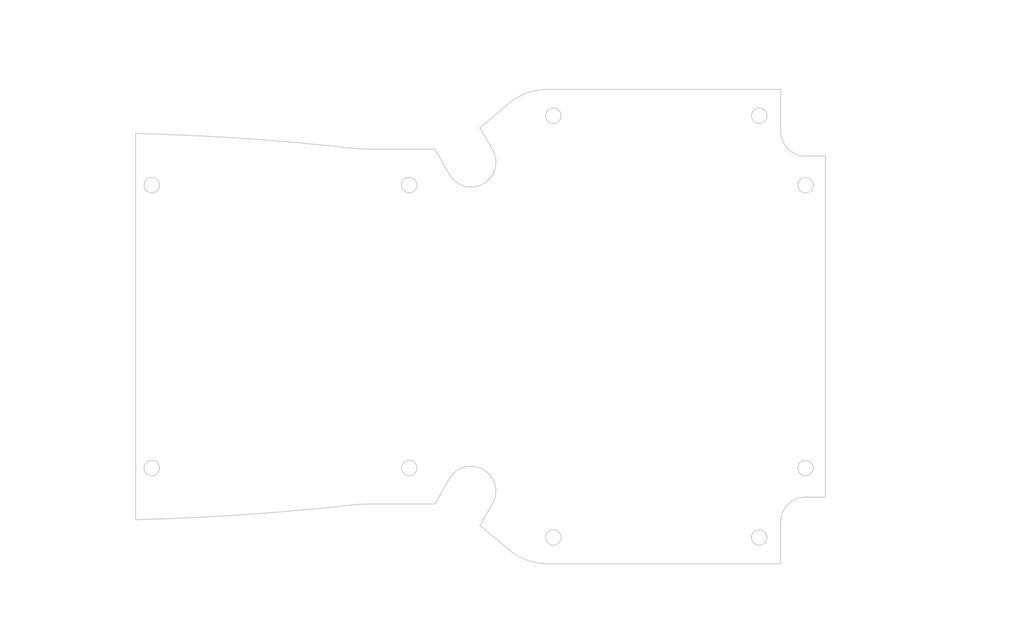
<source format=kicad_pcb>
(kicad_pcb (version 20221018) (generator pcbnew)

  (general
    (thickness 1.6)
  )

  (paper "A4")
  (layers
    (0 "F.Cu" signal)
    (31 "B.Cu" signal)
    (32 "B.Adhes" user "B.Adhesive")
    (33 "F.Adhes" user "F.Adhesive")
    (34 "B.Paste" user)
    (35 "F.Paste" user)
    (36 "B.SilkS" user "B.Silkscreen")
    (37 "F.SilkS" user "F.Silkscreen")
    (38 "B.Mask" user)
    (39 "F.Mask" user)
    (40 "Dwgs.User" user "User.Drawings")
    (41 "Cmts.User" user "User.Comments")
    (42 "Eco1.User" user "User.Eco1")
    (43 "Eco2.User" user "User.Eco2")
    (44 "Edge.Cuts" user)
    (45 "Margin" user)
    (46 "B.CrtYd" user "B.Courtyard")
    (47 "F.CrtYd" user "F.Courtyard")
    (48 "B.Fab" user)
    (49 "F.Fab" user)
  )

  (setup
    (pad_to_mask_clearance 0.051)
    (solder_mask_min_width 0.25)
    (pcbplotparams
      (layerselection 0x00010fc_ffffffff)
      (plot_on_all_layers_selection 0x0000000_00000000)
      (disableapertmacros false)
      (usegerberextensions false)
      (usegerberattributes false)
      (usegerberadvancedattributes false)
      (creategerberjobfile false)
      (dashed_line_dash_ratio 12.000000)
      (dashed_line_gap_ratio 3.000000)
      (svgprecision 4)
      (plotframeref false)
      (viasonmask false)
      (mode 1)
      (useauxorigin false)
      (hpglpennumber 1)
      (hpglpenspeed 20)
      (hpglpendiameter 15.000000)
      (dxfpolygonmode true)
      (dxfimperialunits true)
      (dxfusepcbnewfont true)
      (psnegative false)
      (psa4output false)
      (plotreference true)
      (plotvalue true)
      (plotinvisibletext false)
      (sketchpadsonfab false)
      (subtractmaskfromsilk false)
      (outputformat 1)
      (mirror false)
      (drillshape 1)
      (scaleselection 1)
      (outputdirectory "")
    )
  )

  (net 0 "")

  (gr_line (start 179.262659 56.9262) (end 181.262659 56.9262)
    (stroke (width 0.2) (type solid)) (layer "Dwgs.User") (tstamp 008ad8f8-81ab-4058-ae9f-7dfbfdde1159))
  (gr_line (start 128.412659 72.4262) (end 128.412659 77.569057)
    (stroke (width 0.2) (type solid)) (layer "Dwgs.User") (tstamp 00c414db-b879-44bf-b794-970a1dbe2e1f))
  (gr_line (start 128.412659 110.640486) (end 128.412659 115.783343)
    (stroke (width 0.2) (type solid)) (layer "Dwgs.User") (tstamp 01a75a27-a694-48e0-9078-577af12f13cf))
  (gr_line (start 196.412659 136.9262) (end 196.412659 131.3762)
    (stroke (width 0.2) (type solid)) (layer "Dwgs.User") (tstamp 01bd0e95-6005-42fc-96a4-e50f624bd5e7))
  (gr_line (start 156.412659 107.2262) (end 156.412659 112.7762)
    (stroke (width 0.2) (type solid)) (layer "Dwgs.User") (tstamp 01d300b8-be4f-4de6-8bac-03257ccee29b))
  (gr_line (start 156.912659 56.9262) (end 158.412659 56.9262)
    (stroke (width 0.2) (type solid)) (layer "Dwgs.User") (tstamp 0203f5c1-43f9-48fb-a1e7-ec01cec52914))
  (gr_line (start 90.629766 97.9262) (end 95.685322 97.9262)
    (stroke (width 0.2) (type solid)) (layer "Dwgs.User") (tstamp 020ee976-7dd0-4ad4-8ddf-ea5fa690b998))
  (gr_line (start 171.562659 138.9262) (end 173.562659 138.9262)
    (stroke (width 0.2) (type solid)) (layer "Dwgs.User") (tstamp 0238ca39-76ac-4210-a8af-f1fb71b5a2a2))
  (gr_line (start 128.412659 108.390486) (end 128.412659 110.390486)
    (stroke (width 0.2) (type solid)) (layer "Dwgs.User") (tstamp 02748b45-95a9-485e-9b45-220af634e06d))
  (gr_line (start 156.412659 99.1762) (end 156.412659 104.7262)
    (stroke (width 0.2) (type solid)) (layer "Dwgs.User") (tstamp 02cdefbd-7a67-42e0-be02-f1a45cc8dc64))
  (gr_line (start 156.412659 138.9262) (end 156.412659 139.1762)
    (stroke (width 0.2) (type solid)) (layer "Dwgs.User") (tstamp 03acc6ed-7ba6-489c-9d8a-28ecc5db52be))
  (gr_line (start 128.412659 70.9262) (end 128.412659 72.4262)
    (stroke (width 0.2) (type solid)) (layer "Dwgs.User") (tstamp 041a1a17-e7c6-4e1d-b8e3-de337e5028ea))
  (gr_line (start 133.068909 70.4262) (end 135.068909 70.4262)
    (stroke (width 0.2) (type solid)) (layer "Dwgs.User") (tstamp 050bb804-e7d5-4abe-b18e-330769b03456))
  (gr_line (start 127.912659 125.4262) (end 126.412659 125.4262)
    (stroke (width 0.2) (type solid)) (layer "Dwgs.User") (tstamp 05b190d6-1852-47e3-aee7-b7d3823fac6f))
  (gr_line (start 78.412659 70.9262) (end 78.412659 72.4262)
    (stroke (width 0.2) (type solid)) (layer "Dwgs.User") (tstamp 06f360ba-8b24-433f-848c-acf1ef61cc83))
  (gr_line (start 205.412659 125.4262) (end 205.162659 125.4262)
    (stroke (width 0.2) (type solid)) (layer "Dwgs.User") (tstamp 0716875b-bd27-426b-89a4-f7138983770a))
  (gr_line (start 140.450665 72.762495) (end 140.450665 85.925676)
    (stroke (width 0.2) (type solid)) (layer "Dwgs.User") (tstamp 0739bc7f-d0a9-4bec-8d31-63a275c728c8))
  (gr_line (start 127.912659 70.4262) (end 126.412659 70.4262)
    (stroke (width 0.2) (type solid)) (layer "Dwgs.User") (tstamp 07554883-f110-4443-b999-8427b8cdaddf))
  (gr_line (start 195.912659 56.9262) (end 194.412659 56.9262)
    (stroke (width 0.2) (type solid)) (layer "Dwgs.User") (tstamp 07bfc5cf-bc15-467b-89db-3dd476bdcfd4))
  (gr_line (start 156.412659 131.3762) (end 156.412659 136.9262)
    (stroke (width 0.2) (type solid)) (layer "Dwgs.User") (tstamp 07d956cd-aa1f-4106-8a55-45f3311ea304))
  (gr_line (start 109.537659 125.4262) (end 111.537659 125.4262)
    (stroke (width 0.2) (type solid)) (layer "Dwgs.User") (tstamp 0844f458-d6f3-442b-a83c-9f8f697e6193))
  (gr_line (start 204.912659 125.4262) (end 203.412659 125.4262)
    (stroke (width 0.2) (type solid)) (layer "Dwgs.User") (tstamp 086c1af0-5b68-4d3c-aa8a-496e8c0a6fe3))
  (gr_line (start 174.537659 70.4262) (end 179.881409 70.4262)
    (stroke (width 0.2) (type solid)) (layer "Dwgs.User") (tstamp 098034d7-f37d-440a-9472-a4e5a5c56d9d))
  (gr_line (start 194.412659 154.238773) (end 181.769344 154.238773)
    (stroke (width 0.2) (type solid)) (layer "Dwgs.User") (tstamp 0b9fe4e8-3de1-4009-a4c5-e748076d0d7e))
  (gr_line (start 179.046433 97.9262) (end 181.046433 97.9262)
    (stroke (width 0.2) (type solid)) (layer "Dwgs.User") (tstamp 0bc012b0-4522-478f-a18d-804ef84f0222))
  (gr_line (start 128.412659 125.9262) (end 128.412659 127.4262)
    (stroke (width 0.2) (type solid)) (layer "Dwgs.User") (tstamp 0cd8e6f7-7550-4a55-bc70-a81678c00abf))
  (gr_line (start 156.412659 88.8762) (end 156.412659 90.8762)
    (stroke (width 0.2) (type solid)) (layer "Dwgs.User") (tstamp 0d112d46-6545-4179-8f43-a8d7670b52e8))
  (gr_line (start 156.412659 138.4262) (end 156.412659 136.9262)
    (stroke (width 0.2) (type solid)) (layer "Dwgs.User") (tstamp 0dc79d16-2fe4-4f4a-9f6f-d9030b0d355e))
  (gr_line (start 156.412659 138.9262) (end 156.162659 138.9262)
    (stroke (width 0.2) (type solid)) (layer "Dwgs.User") (tstamp 0e4023a0-410a-4878-885e-5f0b0fa836fe))
  (gr_line (start 78.412659 70.9262) (end 78.412659 72.4262)
    (stroke (width 0.2) (type solid)) (layer "Dwgs.User") (tstamp 0e816965-043d-4f01-83be-fff7b671e7e9))
  (gr_line (start 54.397475 133.472925) (end 54.397475 101.138205)
    (stroke (width 0.2) (type solid)) (layer "Dwgs.User") (tstamp 0fee5389-465d-4206-8037-f97026b9c608))
  (gr_line (start 196.912659 138.9262) (end 198.412659 138.9262)
    (stroke (width 0.2) (type solid)) (layer "Dwgs.User") (tstamp 10348612-66b0-4b26-83d8-7f6d59c39708))
  (gr_line (start 156.412659 138.9262) (end 156.162659 138.9262)
    (stroke (width 0.2) (type solid)) (layer "Dwgs.User") (tstamp 107faff4-ac0a-4ff1-90ed-46ac3d4c1373))
  (gr_line (start 83.074211 97.9262) (end 88.129766 97.9262)
    (stroke (width 0.2) (type solid)) (layer "Dwgs.User") (tstamp 1237a82a-90bb-4719-ba0f-4c8bbb2722da))
  (gr_line (start 156.412659 56.9262) (end 156.662659 56.9262)
    (stroke (width 0.2) (type solid)) (layer "Dwgs.User") (tstamp 12fe0b00-d394-4d85-9c77-e4d4a0e6a505))
  (gr_line (start 75.518655 97.9262) (end 80.574211 97.9262)
    (stroke (width 0.2) (type solid)) (layer "Dwgs.User") (tstamp 132d2bb8-24f8-49f5-a335-62670d64b55b))
  (gr_line (start 180.131409 70.4262) (end 182.131409 70.4262)
    (stroke (width 0.2) (type solid)) (layer "Dwgs.User") (tstamp 1460d236-96e5-4651-91f6-8caba009f6a1))
  (gr_line (start 196.412659 80.5762) (end 196.412659 75.0262)
    (stroke (width 0.2) (type solid)) (layer "Dwgs.User") (tstamp 14a8636f-a937-40d2-aa7a-0e65a14e10ef))
  (gr_line (start 205.412659 70.4262) (end 205.412659 70.1762)
    (stroke (width 0.2) (type solid)) (layer "Dwgs.User") (tstamp 14c2a375-40bc-4b33-94d0-94e1d72735e1))
  (gr_line (start 196.412659 72.5262) (end 196.412659 66.9762)
    (stroke (width 0.2) (type solid)) (layer "Dwgs.User") (tstamp 14f51cf8-db85-4b37-a067-9b21e45af0e5))
  (gr_line (start 88.659965 50.465537) (end 88.227125 58.877966)
    (stroke (width 0.2) (type solid)) (layer "Dwgs.User") (tstamp 14f91b09-84f3-4e81-8108-67a9c6686e9a))
  (gr_line (start 205.412659 70.4262) (end 205.412659 70.6762)
    (stroke (width 0.2) (type solid)) (layer "Dwgs.User") (tstamp 15cf1db0-5732-4b01-8bc7-448f71d9d30f))
  (gr_line (start 140.912659 129.9262) (end 145.748954 129.9262)
    (stroke (width 0.2) (type solid)) (layer "Dwgs.User") (tstamp 167b4c42-a41e-42f8-bf19-a867b7e7fbf3))
  (gr_line (start 140.412659 129.9262) (end 140.412659 129.6762)
    (stroke (width 0.2) (type solid)) (layer "Dwgs.User") (tstamp 16df53b7-7cba-4f51-9254-e18ca526dfce))
  (gr_line (start 96.100159 70.4262) (end 101.443909 70.4262)
    (stroke (width 0.2) (type solid)) (layer "Dwgs.User") (tstamp 1850d2b2-8a16-45ff-a93f-a1a774bf14c9))
  (gr_line (start 155.912659 56.9262) (end 154.412659 56.9262)
    (stroke (width 0.2) (type solid)) (layer "Dwgs.User") (tstamp 19e9b7a3-9e18-4b3e-85b6-8b8e0bb324a0))
  (gr_line (start 204.912659 59.9262) (end 200.076365 59.9262)
    (stroke (width 0.2) (type solid)) (layer "Dwgs.User") (tstamp 19f343a0-e9ab-435d-b764-519bff55af17))
  (gr_line (start 78.412659 70.4262) (end 78.412659 70.1762)
    (stroke (width 0.2) (type solid)) (layer "Dwgs.User") (tstamp 1a4dc5a9-4658-440a-b7a5-0cc237136853))
  (gr_line (start 196.412659 56.9262) (end 196.412659 56.6762)
    (stroke (width 0.2) (type solid)) (layer "Dwgs.User") (tstamp 1a6fda19-8e53-4a8f-8514-e9caf5b4fba0))
  (gr_line (start 221.20455 123.4262) (end 221.20455 93.161102)
    (stroke (width 0.2) (type solid)) (layer "Dwgs.User") (tstamp 1c8ab83c-706c-4d43-8768-0304a09c3a77))
  (gr_line (start 205.412659 59.9262) (end 205.662659 59.9262)
    (stroke (width 0.2) (type solid)) (layer "Dwgs.User") (tstamp 1d3033ea-b19e-4e44-909e-9621859f2665))
  (gr_line (start 78.412659 93.104771) (end 78.412659 95.104771)
    (stroke (width 0.2) (type solid)) (layer "Dwgs.User") (tstamp 1dd7da89-ab8e-446c-b12c-499cbf3073c4))
  (gr_line (start 166.112659 56.9262) (end 171.312659 56.9262)
    (stroke (width 0.2) (type solid)) (layer "Dwgs.User") (tstamp 1e4961c6-63a0-42f8-b190-6dc3820de2ec))
  (gr_line (start 205.412659 85.461914) (end 205.412659 87.461914)
    (stroke (width 0.2) (type solid)) (layer "Dwgs.User") (tstamp 1edbbacf-b900-4c12-931e-c19453d34849))
  (gr_line (start 182.381409 70.4262) (end 187.725159 70.4262)
    (stroke (width 0.2) (type solid)) (layer "Dwgs.User") (tstamp 202110db-4af3-4b8c-97a1-3d4dd2cad990))
  (gr_line (start 196.412659 57.4262) (end 196.412659 58.9262)
    (stroke (width 0.2) (type solid)) (layer "Dwgs.User") (tstamp 2178e097-a536-4213-8f22-101c743f2b30))
  (gr_line (start 196.412659 66.7262) (end 196.412659 64.7262)
    (stroke (width 0.2) (type solid)) (layer "Dwgs.User") (tstamp 22a2821e-2e88-4eb4-8d34-46607d6e8609))
  (gr_line (start 140.912659 65.9262) (end 145.748954 65.9262)
    (stroke (width 0.2) (type solid)) (layer "Dwgs.User") (tstamp 22b8b674-05ca-42aa-8007-c18c6b95dbfb))
  (gr_line (start 78.412659 116.033343) (end 78.412659 118.033343)
    (stroke (width 0.2) (type solid)) (layer "Dwgs.User") (tstamp 231823b5-a191-4391-a4d9-273bf4f6a89c))
  (gr_line (start 117.381409 70.4262) (end 119.381409 70.4262)
    (stroke (width 0.2) (type solid)) (layer "Dwgs.User") (tstamp 237106cf-2fe3-4314-bcd2-4f517180d123))
  (gr_line (start 128.412659 70.4262) (end 128.162659 70.4262)
    (stroke (width 0.2) (type solid)) (layer "Dwgs.User") (tstamp 23ad5cd6-1db7-4e89-be7a-305ea35af3f0))
  (gr_line (start 205.412659 135.9262) (end 205.162659 135.9262)
    (stroke (width 0.2) (type solid)) (layer "Dwgs.User") (tstamp 24e2c85f-dce6-4f29-b58c-1449e0d88f7d))
  (gr_line (start 78.412659 118.283343) (end 78.412659 123.4262)
    (stroke (width 0.2) (type solid)) (layer "Dwgs.User") (tstamp 2526423a-8355-497d-b5bb-d419f244b7f3))
  (gr_line (start 205.412659 124.9262) (end 205.412659 123.4262)
    (stroke (width 0.2) (type solid)) (layer "Dwgs.User") (tstamp 25e9f399-9905-4423-852d-abdc6958f932))
  (gr_line (start 133.7131 97.9262) (end 135.7131 97.9262)
    (stroke (width 0.2) (type solid)) (layer "Dwgs.User") (tstamp 262e57ec-5219-4c5b-adec-5138268f2886))
  (gr_line (start 144.333291 46.243022) (end 146.524058 46.243022)
    (stroke (width 0.2) (type solid)) (layer "Dwgs.User") (tstamp 26754ac4-e420-44d4-8f26-c54b3990f341))
  (gr_line (start 78.412659 87.711914) (end 78.412659 92.854771)
    (stroke (width 0.2) (type solid)) (layer "Dwgs.User") (tstamp 27fe5cbd-99bf-447d-877e-fad2379a186f))
  (gr_line (start 172.287659 70.4262) (end 174.287659 70.4262)
    (stroke (width 0.2) (type solid)) (layer "Dwgs.User") (tstamp 2802c57c-a507-40d7-98d3-a6d574c354e6))
  (gr_line (start 156.412659 115.2762) (end 156.412659 120.8262)
    (stroke (width 0.2) (type solid)) (layer "Dwgs.User") (tstamp 2810e1c6-5feb-4a21-8e23-f3fb546ec9ab))
  (gr_line (start 96.100159 125.4262) (end 101.443909 125.4262)
    (stroke (width 0.2) (type solid)) (layer "Dwgs.User") (tstamp 28242d79-7474-4236-bb71-88efc32605a9))
  (gr_line (start 156.412659 96.9262) (end 156.412659 98.9262)
    (stroke (width 0.2) (type solid)) (layer "Dwgs.User") (tstamp 28b37fbe-4594-4192-8018-6d83dcfb231c))
  (gr_line (start 205.412659 59.9262) (end 205.412659 60.1762)
    (stroke (width 0.2) (type solid)) (layer "Dwgs.User") (tstamp 2bd24343-0913-4c67-ab5d-145bd065cb89))
  (gr_line (start 186.962659 138.9262) (end 188.962659 138.9262)
    (stroke (width 0.2) (type solid)) (layer "Dwgs.User") (tstamp 2c37bc3f-cf67-4079-893e-7c975b5a092f))
  (gr_line (start 119.631409 70.4262) (end 124.975159 70.4262)
    (stroke (width 0.2) (type solid)) (layer "Dwgs.User") (tstamp 2c7196d7-3f22-4084-94b1-6784c7046684))
  (gr_line (start 195.912659 138.9262) (end 194.412659 138.9262)
    (stroke (width 0.2) (type solid)) (layer "Dwgs.User") (tstamp 2c9d4fde-0296-4602-9bbd-ed98114a7597))
  (gr_line (start 158.412659 154.238773) (end 171.055975 154.238773)
    (stroke (width 0.2) (type solid)) (layer "Dwgs.User") (tstamp 2d5b53de-3827-4374-ad74-f177d0aeb98c))
  (gr_line (start 196.412659 138.9262) (end 196.662659 138.9262)
    (stroke (width 0.2) (type solid)) (layer "Dwgs.User") (tstamp 2d9dd674-d7fa-4866-8917-f2b01018b42b))
  (gr_line (start 76.812459 125.4262) (end 72.011596 125.4262)
    (stroke (width 0.2) (type solid)) (layer "Dwgs.User") (tstamp 2e660bb0-8de2-4730-897b-b70e6679269c))
  (gr_line (start 103.943909 70.4262) (end 109.287659 70.4262)
    (stroke (width 0.2) (type solid)) (layer "Dwgs.User") (tstamp 30d9c1d5-44a1-49b3-a8e3-59105ca35d1d))
  (gr_line (start 75.268655 58.779275) (end 75.268655 34.528818)
    (stroke (width 0.2) (type solid)) (layer "Dwgs.User") (tstamp 30fb0a65-77df-427c-8039-b933b7efa6bf))
  (gr_line (start 196.412659 138.9262) (end 196.412659 138.6762)
    (stroke (width 0.2) (type solid)) (layer "Dwgs.User") (tstamp 31a3b296-4ca6-424d-b31a-7e949b1cad80))
  (gr_line (start 171.562659 56.9262) (end 173.562659 56.9262)
    (stroke (width 0.2) (type solid)) (layer "Dwgs.User") (tstamp 32234939-a1ce-42a8-baa8-e22a6cd2b97e))
  (gr_line (start 128.412659 116.033343) (end 128.412659 118.033343)
    (stroke (width 0.2) (type solid)) (layer "Dwgs.User") (tstamp 32705f2a-f437-487b-bf2c-52e88e493661))
  (gr_line (start 179.262659 138.9262) (end 181.262659 138.9262)
    (stroke (width 0.2) (type solid)) (layer "Dwgs.User") (tstamp 329356e7-b67f-41a9-8020-5665196c5cc4))
  (gr_line (start 205.412659 108.390486) (end 205.412659 110.390486)
    (stroke (width 0.2) (type solid)) (layer "Dwgs.User") (tstamp 32b6242f-1c95-4491-bd16-08bac45e55aa))
  (gr_line (start 173.740877 97.9262) (end 178.796433 97.9262)
    (stroke (width 0.2) (type solid)) (layer "Dwgs.User") (tstamp 353d0e32-c774-4ad7-9bcf-ba232031085a))
  (gr_line (start 205.412659 60.4262) (end 205.412659 65.262495)
    (stroke (width 0.2) (type solid)) (layer "Dwgs.User") (tstamp 355bf570-c5e5-439d-b8e0-5ca72f96c99f))
  (gr_line (start 166.693909 125.4262) (end 172.037659 125.4262)
    (stroke (width 0.2) (type solid)) (layer "Dwgs.User") (tstamp 3654998e-0427-401a-bc29-5e4e964cbf79))
  (gr_line (start 140.912659 70.4262) (end 142.912659 70.4262)
    (stroke (width 0.2) (type solid)) (layer "Dwgs.User") (tstamp 37e52518-d7d3-44f9-b5dd-31faaf943a7e))
  (gr_line (start 196.412659 64.4762) (end 196.412659 58.9262)
    (stroke (width 0.2) (type solid)) (layer "Dwgs.User") (tstamp 39b747ba-405d-40f9-86fa-24d54e3fff6a))
  (gr_line (start 78.412659 125.4262) (end 78.662659 125.4262)
    (stroke (width 0.2) (type solid)) (layer "Dwgs.User") (tstamp 3b3514e8-dee1-44e6-9371-fe938f70f66e))
  (gr_line (start 127.473919 53.116026) (end 129.664873 53.116026)
    (stroke (width 0.2) (type solid)) (layer "Dwgs.User") (tstamp 3c4a57d1-d836-4301-af5b-5034385fedbd))
  (gr_line (start 80.412659 142.30899) (end 98.055975 142.30899)
    (stroke (width 0.2) (type solid)) (layer "Dwgs.User") (tstamp 3c86ee76-6f50-4495-85f6-a0229b07e91e))
  (gr_line (start 181.512659 138.9262) (end 186.712659 138.9262)
    (stroke (width 0.2) (type solid)) (layer "Dwgs.User") (tstamp 3d77ee57-5571-43be-8ff3-f781c3ae39b1))
  (gr_line (start 205.412659 59.9262) (end 205.162659 59.9262)
    (stroke (width 0.2) (type solid)) (layer "Dwgs.User") (tstamp 3e167d22-4963-4f94-944a-1f31851ecd75))
  (gr_line (start 207.012859 125.4262) (end 224.37955 125.4262)
    (stroke (width 0.2) (type solid)) (layer "Dwgs.User") (tstamp 3ed0343a-6c85-471f-bf96-5b199fbeafed))
  (gr_line (start 189.212659 138.9262) (end 194.412659 138.9262)
    (stroke (width 0.2) (type solid)) (layer "Dwgs.User") (tstamp 3eda63d4-b279-4a6c-ba6b-9c41a6d865fa))
  (gr_line (start 135.9631 97.9262) (end 141.018655 97.9262)
    (stroke (width 0.2) (type solid)) (layer "Dwgs.User") (tstamp 3f832ea6-3b0a-46f3-90ea-d721c70d31be))
  (gr_line (start 128.912659 70.4262) (end 130.412659 70.4262)
    (stroke (width 0.2) (type solid)) (layer "Dwgs.User") (tstamp 3fa2145c-fa67-4b20-adb4-12d7d0043bbf))
  (gr_line (start 166.185322 97.9262) (end 171.240877 97.9262)
    (stroke (width 0.2) (type solid)) (layer "Dwgs.User") (tstamp 3fddddb9-5442-412d-9bdd-53398aaf4a4f))
  (gr_line (start 75.268655 97.9262) (end 75.018655 97.9262)
    (stroke (width 0.2) (type solid)) (layer "Dwgs.User") (tstamp 3ff5083d-3e74-49f7-a151-db43bc6f097d))
  (gr_line (start 207.268655 37.703818) (end 146.181065 37.703818)
    (stroke (width 0.2) (type solid)) (layer "Dwgs.User") (tstamp 41730e6f-6d68-4449-8410-980cedb08de4))
  (gr_line (start 156.412659 113.0262) (end 156.412659 115.0262)
    (stroke (width 0.2) (type solid)) (layer "Dwgs.User") (tstamp 421a5fc8-d27e-460b-be41-dd1761ae598f))
  (gr_line (start 205.912659 70.4262) (end 207.412659 70.4262)
    (stroke (width 0.2) (type solid)) (layer "Dwgs.User") (tstamp 42a69efa-b0b7-440a-aa0d-a4ffa42bfd79))
  (gr_line (start 128.412659 70.4262) (end 128.662659 70.4262)
    (stroke (width 0.2) (type solid)) (layer "Dwgs.User") (tstamp 44676627-5b91-4fef-9ad9-60bd14f15f89))
  (gr_line (start 158.412659 138.9262) (end 163.612659 138.9262)
    (stroke (width 0.2) (type solid)) (layer "Dwgs.User") (tstamp 44be09cf-b281-4ab5-b87d-c59b42f19ca1))
  (gr_line (start 205.412659 125.4262) (end 205.412659 125.1762)
    (stroke (width 0.2) (type solid)) (layer "Dwgs.User") (tstamp 451e5e1a-3c21-464f-8852-d93044947426))
  (gr_line (start 113.296433 97.9262) (end 118.351989 97.9262)
    (stroke (width 0.2) (type solid)) (layer "Dwgs.User") (tstamp 47307adf-932f-4fbd-879a-f46f5de7a21b))
  (gr_line (start 156.412659 123.3262) (end 156.412659 128.8762)
    (stroke (width 0.2) (type solid)) (layer "Dwgs.User") (tstamp 476f1732-721a-4057-9d40-0539bc9a588d))
  (gr_line (start 78.912659 70.4262) (end 80.412659 70.4262)
    (stroke (width 0.2) (type solid)) (layer "Dwgs.User") (tstamp 47be867e-c8cf-4be0-9b9e-e3f35fe79f0e))
  (gr_line (start 156.412659 56.9262) (end 156.662659 56.9262)
    (stroke (width 0.2) (type solid)) (layer "Dwgs.User") (tstamp 4812939c-64fd-48bc-b28f-9d4e17dde424))
  (gr_line (start 156.412659 64.7262) (end 156.412659 66.7262)
    (stroke (width 0.2) (type solid)) (layer "Dwgs.User") (tstamp 48dd8289-9858-49fb-8756-fd1f63233e0b))
  (gr_line (start 111.046433 97.9262) (end 113.046433 97.9262)
    (stroke (width 0.2) (type solid)) (layer "Dwgs.User") (tstamp 49ec50cd-2d3f-4146-9a9b-52949249f71f))
  (gr_line (start 196.412659 128.8762) (end 196.412659 123.3262)
    (stroke (width 0.2) (type solid)) (layer "Dwgs.User") (tstamp 4aa74496-64a9-4958-8d65-1bc3fe362f47))
  (gr_line (start 205.412659 72.0264) (end 205.412659 154.264905)
    (stroke (width 0.2) (type solid)) (layer "Dwgs.User") (tstamp 4c2b4956-c4fa-4e21-8bd6-a9ac95f58e29))
  (gr_line (start 151.006409 70.4262) (end 156.350159 70.4262)
    (stroke (width 0.2) (type solid)) (layer "Dwgs.User") (tstamp 4ca9f09c-b2eb-47a4-9ab0-1544890fdf03))
  (gr_line (start 156.412659 75.0262) (end 156.412659 80.5762)
    (stroke (width 0.2) (type solid)) (layer "Dwgs.User") (tstamp 4cf9e6de-4046-46c9-90b7-44b454d44fb7))
  (gr_line (start 181.296433 97.9262) (end 186.351989 97.9262)
    (stroke (width 0.2) (type solid)) (layer "Dwgs.User") (tstamp 4e244395-f80c-41f0-ab98-b7d1df988a49))
  (gr_line (start 78.412659 72.4262) (end 78.412659 77.569057)
    (stroke (width 0.2) (type solid)) (layer "Dwgs.User") (tstamp 4e5f6fad-a0e5-4743-a0bf-6101d0595c8c))
  (gr_line (start 196.412659 138.9262) (end 196.662659 138.9262)
    (stroke (width 0.2) (type solid)) (layer "Dwgs.User") (tstamp 4f8eb13d-1ac9-424e-84a8-19ba790ad4dd))
  (gr_line (start 196.412659 56.4262) (end 196.412659 54.9262)
    (stroke (width 0.2) (type solid)) (layer "Dwgs.User") (tstamp 51b6e4f0-190a-434e-b64c-5f64583b6627))
  (gr_line (start 128.412659 127.0264) (end 128.412659 145.48399)
    (stroke (width 0.2) (type solid)) (layer "Dwgs.User") (tstamp 528ea0c2-07fd-47c0-9d61-620bd2cb7858))
  (gr_line (start 93.850159 70.4262) (end 95.850159 70.4262)
    (stroke (width 0.2) (type solid)) (layer "Dwgs.User") (tstamp 539afd5d-f58d-4609-9fb0-a994140b2f6a))
  (gr_line (start 205.412659 118.283343) (end 205.412659 123.4262)
    (stroke (width 0.2) (type solid)) (layer "Dwgs.User") (tstamp 546294b2-5d48-41fa-b3d6-42d36ebf5034))
  (gr_line (start 80.412659 70.4262) (end 85.756409 70.4262)
    (stroke (width 0.2) (type solid)) (layer "Dwgs.User") (tstamp 5466bf90-184b-4930-963c-0e9db3f240bf))
  (gr_line (start 78.412659 77.819057) (end 78.412659 79.819057)
    (stroke (width 0.2) (type solid)) (layer "Dwgs.User") (tstamp 550671b1-f582-46d1-959b-58ca4d7a16dc))
  (gr_line (start 196.412659 120.8262) (end 196.412659 115.2762)
    (stroke (width 0.2) (type solid)) (layer "Dwgs.User") (tstamp 558a1f0b-a139-496d-a239-b36dab312ef3))
  (gr_line (start 135.318909 70.4262) (end 140.662659 70.4262)
    (stroke (width 0.2) (type solid)) (layer "Dwgs.User") (tstamp 55a015eb-e4b7-44c6-bd74-0bd87ed17615))
  (gr_line (start 140.450665 123.089905) (end 140.450665 92.350642)
    (stroke (width 0.2) (type solid)) (layer "Dwgs.User") (tstamp 5632bc02-95fc-4e21-acba-72926f0b678a))
  (gr_line (start 205.412659 77.819057) (end 205.412659 79.819057)
    (stroke (width 0.2) (type solid)) (layer "Dwgs.User") (tstamp 564c39c2-6704-4de3-aae0-2bb878fdde52))
  (gr_line (start 78.412659 125.4262) (end 78.662659 125.4262)
    (stroke (width 0.2) (type solid)) (layer "Dwgs.User") (tstamp 56a96731-a9af-47a6-9d99-a5917dd4da60))
  (gr_line (start 205.412659 125.4262) (end 205.412659 125.6762)
    (stroke (width 0.2) (type solid)) (layer "Dwgs.User") (tstamp 58edb39e-6950-4466-b13d-4522e0838195))
  (gr_line (start 205.412659 125.9262) (end 205.412659 127.4262)
    (stroke (width 0.2) (type solid)) (layer "Dwgs.User") (tstamp 59562dc3-6d54-4906-a540-d4cd1208c114))
  (gr_line (start 127.475159 125.4262) (end 132.818909 125.4262)
    (stroke (width 0.2) (type solid)) (layer "Dwgs.User") (tstamp 59e443bf-5780-40b0-8e7e-fc3535d38627))
  (gr_line (start 209.268655 97.9262) (end 209.518655 97.9262)
    (stroke (width 0.2) (type solid)) (layer "Dwgs.User") (tstamp 59ff4a20-c3a3-4989-af96-008d79f308c0))
  (gr_line (start 73.668455 135.472925) (end 72.011596 135.472925)
    (stroke (width 0.2) (type solid)) (layer "Dwgs.User") (tstamp 5a525f16-2f6e-4d57-b989-7b4128b66e17))
  (gr_line (start 78.412659 108.390486) (end 78.412659 110.390486)
    (stroke (width 0.2) (type solid)) (layer "Dwgs.User") (tstamp 5a903c31-2a82-4726-b686-dcbf8e2af5c6))
  (gr_line (start 77.268655 37.703818) (end 134.379974 37.703818)
    (stroke (width 0.2) (type solid)) (layer "Dwgs.User") (tstamp 5b9eb9cc-fd40-4149-9de1-3e7da90c9ee0))
  (gr_line (start 78.412659 70.4262) (end 78.412659 70.1762)
    (stroke (width 0.2) (type solid)) (layer "Dwgs.User") (tstamp 5bb6fb9c-97fd-41b9-b117-a76edb97a85b))
  (gr_line (start 128.412659 80.069057) (end 128.412659 85.211914)
    (stroke (width 0.2) (type solid)) (layer "Dwgs.User") (tstamp 5bb9b51c-72c5-4dee-9435-7d92f1ab6140))
  (gr_line (start 158.850159 70.4262) (end 164.193909 70.4262)
    (stroke (width 0.2) (type solid)) (layer "Dwgs.User") (tstamp 5bea3990-459c-44d7-a337-14f36fd788d8))
  (gr_line (start 148.756409 125.4262) (end 150.756409 125.4262)
    (stroke (width 0.2) (type solid)) (layer "Dwgs.User") (tstamp 5e1124b4-9051-4af1-b5bf-a67dc626a17c))
  (gr_line (start 140.412659 129.4262) (end 140.412659 124.589905)
    (stroke (width 0.2) (type solid)) (layer "Dwgs.User") (tstamp 5f767325-c4f9-4b3b-b2dd-9205e3641ce1))
  (gr_line (start 88.379766 97.9262) (end 90.379766 97.9262)
    (stroke (width 0.2) (type solid)) (layer "Dwgs.User") (tstamp 604b8de0-95f4-4d9e-bc3c-f95051efb8f0))
  (gr_line (start 140.412659 129.9262) (end 140.412659 130.1762)
    (stroke (width 0.2) (type solid)) (layer "Dwgs.User") (tstamp 60bab3bd-b9cb-45ab-a920-545b87c199bb))
  (gr_line (start 133.068909 125.4262) (end 135.068909 125.4262)
    (stroke (width 0.2) (type solid)) (layer "Dwgs.User") (tstamp 6132a960-9827-45aa-b64b-df9d65a189f9))
  (gr_line (start 205.912659 125.4262) (end 207.412659 125.4262)
    (stroke (width 0.2) (type solid)) (layer "Dwgs.User") (tstamp 61651f6f-be10-433b-9083-49841504738f))
  (gr_line (start 205.412659 69.9262) (end 205.412659 68.4262)
    (stroke (width 0.2) (type solid)) (layer "Dwgs.User") (tstamp 6359cbd3-9447-49d4-9ec4-eebb3e52dc61))
  (gr_line (start 205.412659 116.033343) (end 205.412659 118.033343)
    (stroke (width 0.2) (type solid)) (layer "Dwgs.User") (tstamp 6411a114-7090-4143-a228-76a4d78e46b3))
  (gr_line (start 205.412659 70.9262) (end 205.412659 72.4262)
    (stroke (width 0.2) (type solid)) (layer "Dwgs.User") (tstamp 6413a9a3-89fa-4706-a14c-cd85cb3a746c))
  (gr_line (start 155.912659 56.9262) (end 154.412659 56.9262)
    (stroke (width 0.2) (type solid)) (layer "Dwgs.User") (tstamp 645fc5ca-6e74-4623-bad2-e75d1e322c73))
  (gr_line (start 128.412659 118.283343) (end 128.412659 123.4262)
    (stroke (width 0.2) (type solid)) (layer "Dwgs.User") (tstamp 64daf8ff-6966-4f0c-b1f4-753a0bc457f7))
  (gr_line (start 80.412659 48.888618) (end 82.412659 48.888618)
    (stroke (width 0.2) (type solid)) (layer "Dwgs.User") (tstamp 653d5e78-8f8d-45a3-bf07-eb46f7561058))
  (gr_line (start 140.412659 66.4262) (end 140.412659 71.262495)
    (stroke (width 0.2) (type solid)) (layer "Dwgs.User") (tstamp 65b756b8-67eb-47a2-8284-207619b627c9))
  (gr_line (start 196.412659 140.5264) (end 196.412659 157.413773)
    (stroke (width 0.2) (type solid)) (layer "Dwgs.User") (tstamp 665310ea-b97a-4041-9871-d9973e4ea343))
  (gr_line (start 164.443909 70.4262) (end 166.443909 70.4262)
    (stroke (width 0.2) (type solid)) (layer "Dwgs.User") (tstamp 67297acd-f6ce-40d6-b74d-cfbf45ed1eb1))
  (gr_line (start 128.412659 102.997628) (end 128.412659 108.140486)
    (stroke (width 0.2) (type solid)) (layer "Dwgs.User") (tstamp 6761ca4b-d27e-4c00-b83a-17f54eedb3d4))
  (gr_line (start 242.395051 53.814296) (end 242.395051 87.155769)
    (stroke (width 0.2) (type solid)) (layer "Dwgs.User") (tstamp 686893fa-3153-41f7-984f-ac21e66292ef))
  (gr_line (start 196.407544 97.9262) (end 201.4631 97.9262)
    (stroke (width 0.2) (type solid)) (layer "Dwgs.User") (tstamp 6879ecdc-7817-4bf2-a03c-da197fdfcf10))
  (gr_line (start 242.395051 142.038104) (end 242.395051 93.57978)
    (stroke (width 0.2) (type solid)) (layer "Dwgs.User") (tstamp 68ad3a34-cad6-48c4-8e2b-cb7c7dba55a3))
  (gr_line (start 205.412659 70.4262) (end 205.412659 70.1762)
    (stroke (width 0.2) (type solid)) (layer "Dwgs.User") (tstamp 68b0224d-992e-44ca-b571-009df93ce2ae))
  (gr_line (start 143.162659 70.4262) (end 148.506409 70.4262)
    (stroke (width 0.2) (type solid)) (layer "Dwgs.User") (tstamp 69023dd8-03e7-4995-8b74-01b8a865f12c))
  (gr_line (start 211.268655 151.089905) (end 214.561205 151.089905)
    (stroke (width 0.2) (type solid)) (layer "Dwgs.User") (tstamp 690cf06b-3622-421b-90da-b5fe7edcd5e8))
  (gr_line (start 205.412659 80.069057) (end 205.412659 85.211914)
    (stroke (width 0.2) (type solid)) (layer "Dwgs.User") (tstamp 69127f0a-6756-49f9-8c6d-8e8238a74ac9))
  (gr_line (start 196.412659 115.0262) (end 196.412659 113.0262)
    (stroke (width 0.2) (type solid)) (layer "Dwgs.User") (tstamp 6933efaf-2ca6-4357-89df-4814387e7681))
  (gr_line (start 196.412659 56.9262) (end 196.162659 56.9262)
    (stroke (width 0.2) (type solid)) (layer "Dwgs.User") (tstamp 69b25c13-4de7-409b-bf3f-dc44cdaf0818))
  (gr_line (start 231.268655 66.762495) (end 231.268655 99.352735)
    (stroke (width 0.2) (type solid)) (layer "Dwgs.User") (tstamp 6b4587ca-87e6-49b3-af02-5a73694b3d68))
  (gr_line (start 119.631409 125.4262) (end 124.975159 125.4262)
    (stroke (width 0.2) (type solid)) (layer "Dwgs.User") (tstamp 6be9c04e-f447-4150-b956-05a1eb9e1c4a))
  (gr_line (start 78.912659 125.4262) (end 80.412659 125.4262)
    (stroke (width 0.2) (type solid)) (layer "Dwgs.User") (tstamp 6da01e4b-4fd2-4b33-965a-65d1c4c9d548))
  (gr_line (start 148.756409 70.4262) (end 150.756409 70.4262)
    (stroke (width 0.2) (type solid)) (layer "Dwgs.User") (tstamp 6e0f3991-f68b-4efc-88f6-33fa21f54f6a))
  (gr_line (start 128.412659 125.4262) (end 128.162659 125.4262)
    (stroke (width 0.2) (type solid)) (layer "Dwgs.User") (tstamp 6e26f748-21b4-4375-a989-dde5b28e201e))
  (gr_line (start 196.412659 56.9262) (end 196.412659 57.1762)
    (stroke (width 0.2) (type solid)) (layer "Dwgs.User") (tstamp 6f4b38ba-e712-4131-aff4-01a861d43a3d))
  (gr_line (start 75.268655 97.9262) (end 75.518655 97.9262)
    (stroke (width 0.2) (type solid)) (layer "Dwgs.User") (tstamp 6f5dc30b-1c69-4110-ad1a-a636cc165e5c))
  (gr_line (start 205.412659 110.640486) (end 205.412659 115.783343)
    (stroke (width 0.2) (type solid)) (layer "Dwgs.User") (tstamp 702cfe51-2eb4-4790-a3e0-43980db63735))
  (gr_line (start 204.912659 70.4262) (end 203.412659 70.4262)
    (stroke (width 0.2) (type solid)) (layer "Dwgs.User") (tstamp 70f02426-72b3-455c-84ba-4873c7947ef4))
  (gr_line (start 120.851989 97.9262) (end 125.907544 97.9262)
    (stroke (width 0.2) (type solid)) (layer "Dwgs.User") (tstamp 712a4712-6128-4b10-885e-d3f2ce312b5b))
  (gr_line (start 129.664873 53.116026) (end 142.235673 68.09903)
    (stroke (width 0.2) (type solid)) (layer "Dwgs.User") (tstamp 712c1dae-78e9-4e24-8b44-37d44a4e9dd9))
  (gr_line (start 205.412659 93.104771) (end 205.412659 95.104771)
    (stroke (width 0.2) (type solid)) (layer "Dwgs.User") (tstamp 714f4f5d-fb58-482e-b71a-647699abe60a))
  (gr_line (start 128.412659 70.4262) (end 128.412659 70.1762)
    (stroke (width 0.2) (type solid)) (layer "Dwgs.User") (tstamp 724f2b04-4f8f-420d-ba98-3768deabb919))
  (gr_line (start 78.412659 69.9262) (end 78.412659 68.4262)
    (stroke (width 0.2) (type solid)) (layer "Dwgs.User") (tstamp 727ff383-4319-438e-8c74-7d064565d542))
  (gr_line (start 205.412659 100.747628) (end 205.412659 102.747628)
    (stroke (width 0.2) (type solid)) (layer "Dwgs.User") (tstamp 72baa458-e9d1-4b32-8ec2-bb416eb93fe2))
  (gr_line (start 143.518655 97.9262) (end 148.574211 97.9262)
    (stroke (width 0.2) (type solid)) (layer "Dwgs.User") (tstamp 731eecb3-be54-4663-958a-bacbb2b65118))
  (gr_line (start 78.412659 100.747628) (end 78.412659 102.747628)
    (stroke (width 0.2) (type solid)) (layer "Dwgs.User") (tstamp 733b4ebf-2df8-4d5e-8779-5b9c3550e47a))
  (gr_line (start 205.412659 70.4262) (end 205.162659 70.4262)
    (stroke (width 0.2) (type solid)) (layer "Dwgs.User") (tstamp 735dfba4-1263-4bb1-a6bd-35e13809fd95))
  (gr_line (start 128.412659 85.461914) (end 128.412659 87.461914)
    (stroke (width 0.2) (type solid)) (layer "Dwgs.User") (tstamp 74d84326-458d-4113-9d2a-c83c513f31cf))
  (gr_line (start 166.112659 138.9262) (end 171.312659 138.9262)
    (stroke (width 0.2) (type solid)) (layer "Dwgs.User") (tstamp 75403359-2738-4291-be15-f01ca23633b9))
  (gr_line (start 196.412659 96.6762) (end 196.412659 91.1262)
    (stroke (width 0.2) (type solid)) (layer "Dwgs.User") (tstamp 77857be4-58c7-4d37-9015-3b7e58f5e0f5))
  (gr_line (start 105.740877 97.9262) (end 110.796433 97.9262)
    (stroke (width 0.2) (type solid)) (layer "Dwgs.User") (tstamp 79aef75c-03e9-4d2a-83ea-157e44cb0d69))
  (gr_line (start 205.412659 135.9262) (end 205.662659 135.9262)
    (stroke (width 0.2) (type solid)) (layer "Dwgs.User") (tstamp 7a1a2a3b-80a0-4c74-ae75-5ab35ac72133))
  (gr_line (start 210.868855 131.089905) (end 234.443655 131.089905)
    (stroke (width 0.2) (type solid)) (layer "Dwgs.User") (tstamp 7a31607e-9cae-4e43-81a6-15f86fc57893))
  (gr_line (start 101.693909 125.4262) (end 103.693909 125.4262)
    (stroke (width 0.2) (type solid)) (layer "Dwgs.User") (tstamp 7a493886-edcf-4fe1-9275-dc2e49af93ac))
  (gr_line (start 78.412659 95.354771) (end 78.412659 100.497628)
    (stroke (width 0.2) (type solid)) (layer "Dwgs.User") (tstamp 7b113db4-3b4f-4ab1-a3bf-dd1ff23b7040))
  (gr_line (start 140.412659 129.9262) (end 140.662659 129.9262)
    (stroke (width 0.2) (type solid)) (layer "Dwgs.User") (tstamp 7bac022f-211a-4497-b1a4-ad343b994a81))
  (gr_line (start 128.412659 95.354771) (end 128.412659 100.497628)
    (stroke (width 0.2) (type solid)) (layer "Dwgs.User") (tstamp 7d09c04e-a4e3-4fc4-a50f-e3acb9291481))
  (gr_line (start 196.412659 104.7262) (end 196.412659 99.1762)
    (stroke (width 0.2) (type solid)) (layer "Dwgs.User") (tstamp 7d4e4c0b-c04c-4918-99fa-37bf9660d29d))
  (gr_line (start 203.412659 151.089905) (end 201.412659 151.089905)
    (stroke (width 0.2) (type solid)) (layer "Dwgs.User") (tstamp 7ee31e35-e98e-4f35-96b7-4466f6bf15d6))
  (gr_line (start 209.268655 132.690105) (end 209.268655 154.264905)
    (stroke (width 0.2) (type solid)) (layer "Dwgs.User") (tstamp 7f5b9fcb-2a6e-40a8-882c-716d0f201d3e))
  (gr_line (start 128.412659 125.4262) (end 128.412659 125.1762)
    (stroke (width 0.2) (type solid)) (layer "Dwgs.User") (tstamp 7f8d69a2-23f5-4a36-b194-b55cd952a0ed))
  (gr_line (start 196.412659 106.9762) (end 196.412659 104.9762)
    (stroke (width 0.2) (type solid)) (layer "Dwgs.User") (tstamp 7fc95555-c5b6-4d47-b861-01b3884550e7))
  (gr_line (start 196.412659 138.9262) (end 196.162659 138.9262)
    (stroke (width 0.2) (type solid)) (layer "Dwgs.User") (tstamp 805095bb-86a3-4c64-892d-86d3c72b4694))
  (gr_line (start 180.131409 125.4262) (end 182.131409 125.4262)
    (stroke (width 0.2) (type solid)) (layer "Dwgs.User") (tstamp 808f6a1e-d7c2-4ac7-9955-c4da2ca076b8))
  (gr_line (start 202.176565 144.038104) (end 245.570051 144.038104)
    (stroke (width 0.2) (type solid)) (layer "Dwgs.User") (tstamp 81600311-3426-4ad5-b861-a72659ff0f5b))
  (gr_line (start 156.912659 138.9262) (end 158.412659 138.9262)
    (stroke (width 0.2) (type solid)) (layer "Dwgs.User") (tstamp 84711170-6475-4ac3-ac42-486d3c51581a))
  (gr_line (start 173.812659 138.9262) (end 179.012659 138.9262)
    (stroke (width 0.2) (type solid)) (layer "Dwgs.User") (tstamp 8498a2af-b88e-4465-85ed-ea7b00b727c0))
  (gr_line (start 194.157544 97.9262) (end 196.157544 97.9262)
    (stroke (width 0.2) (type solid)) (layer "Dwgs.User") (tstamp 855ba3b2-15f5-4a36-b72d-1b49e25b944d))
  (gr_line (start 111.787659 125.4262) (end 117.131409 125.4262)
    (stroke (width 0.2) (type solid)) (layer "Dwgs.User") (tstamp 86a72438-668f-492d-a992-88025b374d9d))
  (gr_line (start 196.412659 138.4262) (end 196.412659 136.9262)
    (stroke (width 0.2) (type solid)) (layer "Dwgs.User") (tstamp 86ae3fdb-be37-4e71-9091-51a49ff17396))
  (gr_line (start 172.287659 125.4262) (end 174.287659 125.4262)
    (stroke (width 0.2) (type solid)) (layer "Dwgs.User") (tstamp 86dc3158-4e9c-47e5-b67d-c08ee8427558))
  (gr_line (start 155.912659 138.9262) (end 154.412659 138.9262)
    (stroke (width 0.2) (type solid)) (layer "Dwgs.User") (tstamp 86efa967-0f40-4d23-a832-78969f42c784))
  (gr_line (start 196.412659 112.7762) (end 196.412659 107.2262)
    (stroke (width 0.2) (type solid)) (layer "Dwgs.User") (tstamp 86f3927b-dcb9-42de-80e5-7fbd0031aa5f))
  (gr_line (start 140.412659 129.9262) (end 140.162659 129.9262)
    (stroke (width 0.2) (type solid)) (layer "Dwgs.User") (tstamp 87902b45-9c75-4b73-a2e0-388f5630e29b))
  (gr_line (start 196.412659 56.9262) (end 196.412659 56.6762)
    (stroke (width 0.2) (type solid)) (layer "Dwgs.User") (tstamp 88867f8c-6ef9-4a15-8341-680a70ced81c))
  (gr_line (start 173.812659 56.9262) (end 179.012659 56.9262)
    (stroke (width 0.2) (type solid)) (layer "Dwgs.User") (tstamp 889b92f6-0ad4-43c9-b51d-6d3c601cac8a))
  (gr_line (start 195.818909 125.4262) (end 197.818909 125.4262)
    (stroke (width 0.2) (type solid)) (layer "Dwgs.User") (tstamp 89b6fbd9-2238-4c09-be06-6ba1e7b3d6c8))
  (gr_line (start 156.412659 104.9762) (end 156.412659 106.9762)
    (stroke (width 0.2) (type solid)) (layer "Dwgs.User") (tstamp 8b1fd35b-6a50-4fe3-8fef-0cb3d861ee18))
  (gr_line (start 205.412659 95.354771) (end 205.412659 100.497628)
    (stroke (width 0.2) (type solid)) (layer "Dwgs.User") (tstamp 8c4d133f-cf4e-4a15-89c5-8bdc0e42f643))
  (gr_line (start 221.20455 72.4262) (end 221.20455 86.737091)
    (stroke (width 0.2) (type solid)) (layer "Dwgs.User") (tstamp 8c51dc08-e4fe-4be5-a69e-f86644301634))
  (gr_line (start 196.412659 74.7762) (end 196.412659 72.7762)
    (stroke (width 0.2) (type solid)) (layer "Dwgs.User") (tstamp 8e105a20-536f-4ece-9ade-d508edaa420c))
  (gr_line (start 156.412659 56.4262) (end 156.412659 54.9262)
    (stroke (width 0.2) (type solid)) (layer "Dwgs.User") (tstamp 8eac47ee-b9bc-44fd-a5d2-a38c21e365c2))
  (gr_line (start 128.412659 77.819057) (end 128.412659 79.819057)
    (stroke (width 0.2) (type solid)) (layer "Dwgs.User") (tstamp 8f0445e7-1d41-4b3f-a121-26cb83943be9))
  (gr_line (start 148.824211 97.9262) (end 150.824211 97.9262)
    (stroke (width 0.2) (type solid)) (layer "Dwgs.User") (tstamp 8f32f091-7a20-4232-b0ee-222f9386c7a3))
  (gr_line (start 164.443909 125.4262) (end 166.443909 125.4262)
    (stroke (width 0.2) (type solid)) (layer "Dwgs.User") (tstamp 8f3a914e-6cf8-40dc-a92a-8b7dae1a773b))
  (gr_line (start 195.818909 70.4262) (end 197.818909 70.4262)
    (stroke (width 0.2) (type solid)) (layer "Dwgs.User") (tstamp 900e412d-04fe-4a0b-9f1b-a41633e2d9d6))
  (gr_line (start 171.490877 97.9262) (end 173.490877 97.9262)
    (stroke (width 0.2) (type solid)) (layer "Dwgs.User") (tstamp 914aac1d-db7b-4946-8b82-33d78682797a))
  (gr_line (start 207.012859 70.4262) (end 224.37955 70.4262)
    (stroke (width 0.2) (type solid)) (layer "Dwgs.User") (tstamp 9242d717-2556-49e3-b2b2-129c3a574225))
  (gr_line (start 155.912659 138.9262) (end 154.412659 138.9262)
    (stroke (width 0.2) (type solid)) (layer "Dwgs.User") (tstamp 9251bbcb-a9f1-44aa-8ad8-df23f401c7d4))
  (gr_line (start 117.381409 125.4262) (end 119.381409 125.4262)
    (stroke (width 0.2) (type solid)) (layer "Dwgs.User") (tstamp 94b94b47-e5f8-4734-93b5-385ab829ac2e))
  (gr_line (start 188.851989 97.9262) (end 193.907544 97.9262)
    (stroke (width 0.2) (type solid)) (layer "Dwgs.User") (tstamp 954606a8-9546-4ae9-ac89-1506219ddc80))
  (gr_line (start 205.412659 125.4262) (end 205.412659 125.1762)
    (stroke (width 0.2) (type solid)) (layer "Dwgs.User") (tstamp 95b708a1-eafb-4ab3-94f3-e16a76a2da4d))
  (gr_line (start 163.862659 56.9262) (end 165.862659 56.9262)
    (stroke (width 0.2) (type solid)) (layer "Dwgs.User") (tstamp 967ceaf5-0d77-43ac-988f-71647ba937a3))
  (gr_line (start 78.412659 102.997628) (end 78.412659 108.140486)
    (stroke (width 0.2) (type solid)) (layer "Dwgs.User") (tstamp 979168b6-6389-4a49-8836-374514a773bb))
  (gr_line (start 78.412659 85.461914) (end 78.412659 87.461914)
    (stroke (width 0.2) (type solid)) (layer "Dwgs.User") (tstamp 979b73a9-2ce4-49af-b6f2-2845c909a495))
  (gr_line (start 209.268655 97.9262) (end 209.018655 97.9262)
    (stroke (width 0.2) (type solid)) (layer "Dwgs.User") (tstamp 995abfc1-73b6-49e4-be9c-f340ef8e1af2))
  (gr_line (start 186.601989 97.9262) (end 188.601989 97.9262)
    (stroke (width 0.2) (type solid)) (layer "Dwgs.User") (tstamp 9adb340e-0d95-4a2b-8300-321a690cae69))
  (gr_line (start 205.412659 124.9262) (end 205.412659 123.4262)
    (stroke (width 0.2) (type solid)) (layer "Dwgs.User") (tstamp 9ade3afc-5a74-4358-8569-e0940ccf3f07))
  (gr_line (start 196.412659 90.8762) (end 196.412659 88.8762)
    (stroke (width 0.2) (type solid)) (layer "Dwgs.User") (tstamp 9de902c9-276b-42e7-876a-8fb49dd0a9b0))
  (gr_line (start 196.412659 131.1262) (end 196.412659 129.1262)
    (stroke (width 0.2) (type solid)) (layer "Dwgs.User") (tstamp 9df7c641-476f-4ae3-9fda-aa708ae70237))
  (gr_line (start 80.824211 97.9262) (end 82.824211 97.9262)
    (stroke (width 0.2) (type solid)) (layer "Dwgs.User") (tstamp 9e54d5c7-cbea-4e10-a5ab-f867682cc537))
  (gr_line (start 141.268655 97.9262) (end 143.268655 97.9262)
    (stroke (width 0.2) (type solid)) (layer "Dwgs.User") (tstamp a0650f2f-85d3-4801-a590-8b0f16ea36f1))
  (gr_line (start 190.225159 70.4262) (end 195.568909 70.4262)
    (stroke (width 0.2) (type solid)) (layer "Dwgs.User") (tstamp a1480bf6-6c72-4d79-b998-a34d35b6e627))
  (gr_line (start 140.412659 65.9262) (end 140.162659 65.9262)
    (stroke (width 0.2) (type solid)) (layer "Dwgs.User") (tstamp a29a2366-e0f0-4a39-ae97-acecfaabe817))
  (gr_line (start 101.693909 70.4262) (end 103.693909 70.4262)
    (stroke (width 0.2) (type solid)) (layer "Dwgs.User") (tstamp a36eef85-1e00-4bec-a189-5c1c09a1f256))
  (gr_line (start 196.412659 139.4262) (end 196.412659 140.9262)
    (stroke (width 0.2) (type solid)) (layer "Dwgs.User") (tstamp a379eedb-d780-4da8-9be1-c088fbf9cb62))
  (gr_line (start 78.412659 124.9262) (end 78.412659 123.4262)
    (stroke (width 0.2) (type solid)) (layer "Dwgs.User") (tstamp a38a8de5-22bb-4d1a-b2a7-15cbb2823290))
  (gr_line (start 54.397475 62.379475) (end 54.397475 94.714194)
    (stroke (width 0.2) (type solid)) (layer "Dwgs.User") (tstamp a6919ea6-1844-4f85-b052-8f3d378c2ed2))
  (gr_line (start 126.412659 142.30899) (end 108.769344 142.30899)
    (stroke (width 0.2) (type solid)) (layer "Dwgs.User") (tstamp a6a0277c-0555-4e0c-b54d-00dd3895f52c))
  (gr_line (start 156.412659 121.0762) (end 156.412659 123.0762)
    (stroke (width 0.2) (type solid)) (layer "Dwgs.User") (tstamp a6cee0f3-51e8-4956-8328-9867bfb3c553))
  (gr_line (start 196.412659 57.4262) (end 196.412659 58.9262)
    (stroke (width 0.2) (type solid)) (layer "Dwgs.User") (tstamp a78a1649-72fd-45e3-b48f-24b5e85d217a))
  (gr_line (start 151.006409 125.4262) (end 156.350159 125.4262)
    (stroke (width 0.2) (type solid)) (layer "Dwgs.User") (tstamp a78b14b8-3f28-4230-842d-a7ce0e7f36d3))
  (gr_line (start 128.407544 97.9262) (end 133.4631 97.9262)
    (stroke (width 0.2) (type solid)) (layer "Dwgs.User") (tstamp a78b5b0c-e74e-4048-b181-0bf325a7b4b1))
  (gr_line (start 78.412659 70.4262) (end 78.662659 70.4262)
    (stroke (width 0.2) (type solid)) (layer "Dwgs.User") (tstamp a7da6adb-96f4-44c8-a4d2-261478644c8e))
  (gr_line (start 78.412659 125.4262) (end 78.412659 125.1762)
    (stroke (width 0.2) (type solid)) (layer "Dwgs.User") (tstamp a8046824-37f6-4d00-b811-33f27301db48))
  (gr_line (start 86.006409 125.4262) (end 88.006409 125.4262)
    (stroke (width 0.2) (type solid)) (layer "Dwgs.User") (tstamp a9114753-0345-420d-bcab-063b65fd789e))
  (gr_line (start 140.412659 65.9262) (end 140.412659 66.1762)
    (stroke (width 0.2) (type solid)) (layer "Dwgs.User") (tstamp a93ca79f-d6b0-4ff9-a6d4-92421802a4b1))
  (gr_line (start 78.412659 127.0264) (end 78.412659 145.48399)
    (stroke (width 0.2) (type solid)) (layer "Dwgs.User") (tstamp ab0452c2-2156-4b2f-9e52-84fa09f9331a))
  (gr_line (start 204.912659 135.9262) (end 200.076365 135.9262)
    (stroke (width 0.2) (type solid)) (layer "Dwgs.User") (tstamp ab1cfaae-5790-45ab-9452-e24b99b83b18))
  (gr_line (start 187.975159 70.4262) (end 189.975159 70.4262)
    (stroke (width 0.2) (type solid)) (layer "Dwgs.User") (tstamp ab9ac649-18ef-494b-9cb6-bd968d61a2f8))
  (gr_line (start 80.412659 125.4262) (end 85.756409 125.4262)
    (stroke (width 0.2) (type solid)) (layer "Dwgs.User") (tstamp ac184577-a4d0-44a6-95d2-7be3582659ab))
  (gr_line (start 196.412659 98.9262) (end 196.412659 96.9262)
    (stroke (width 0.2) (type solid)) (layer "Dwgs.User") (tstamp ae2e8c9f-8bd0-4e7d-a636-9e9d5ccc4837))
  (gr_line (start 205.412659 70.4262) (end 205.412659 70.6762)
    (stroke (width 0.2) (type solid)) (layer "Dwgs.User") (tstamp aed90dae-51ef-4b6d-b67c-8a8dd2287e95))
  (gr_line (start 156.412659 80.8262) (end 156.412659 82.8262)
    (stroke (width 0.2) (type solid)) (layer "Dwgs.User") (tstamp af5246b7-ba86-4c7b-a346-b6a66715c7a4))
  (gr_line (start 196.412659 56.4262) (end 196.412659 54.9262)
    (stroke (width 0.2) (type solid)) (layer "Dwgs.User") (tstamp b050a610-6f52-4afe-ac50-6a8996aed995))
  (gr_line (start 205.412659 70.4262) (end 205.662659 70.4262)
    (stroke (width 0.2) (type solid)) (layer "Dwgs.User") (tstamp b05ab09a-e4a7-4298-8921-cd782f88c938))
  (gr_line (start 205.412659 59.9262) (end 205.412659 59.6762)
    (stroke (width 0.2) (type solid)) (layer "Dwgs.User") (tstamp b09791ea-41cd-4717-ad5f-3a193da51143))
  (gr_line (start 73.668455 60.379475) (end 51.222475 60.379475)
    (stroke (width 0.2) (type solid)) (layer "Dwgs.User") (tstamp b0a4d8c8-9397-4f28-b4ce-21269ddf7fbb))
  (gr_line (start 163.862659 138.9262) (end 165.862659 138.9262)
    (stroke (width 0.2) (type solid)) (layer "Dwgs.User") (tstamp b147d999-88f5-47d8-abf5-3c53c504f67a))
  (gr_line (start 205.412659 87.711914) (end 205.412659 92.854771)
    (stroke (width 0.2) (type solid)) (layer "Dwgs.User") (tstamp b15c91e6-3a85-49cd-a261-b553a322b16e))
  (gr_line (start 201.7131 97.9262) (end 203.7131 97.9262)
    (stroke (width 0.2) (type solid)) (layer "Dwgs.User") (tstamp b1966935-ed80-40ec-8d2c-f170f6996787))
  (gr_line (start 128.412659 70.4262) (end 128.412659 70.6762)
    (stroke (width 0.2) (type solid)) (layer "Dwgs.User") (tstamp b2003555-08fc-45dc-9962-555015456835))
  (gr_line (start 166.693909 70.4262) (end 172.037659 70.4262)
    (stroke (width 0.2) (type solid)) (layer "Dwgs.User") (tstamp b215fb42-a37a-4b3d-8c9e-c2f0526c44a5))
  (gr_line (start 156.412659 56.9262) (end 156.162659 56.9262)
    (stroke (width 0.2) (type solid)) (layer "Dwgs.User") (tstamp b2387d5d-1bbc-4f82-8944-23f2c5030dde))
  (gr_line (start 158.412659 56.9262) (end 163.612659 56.9262)
    (stroke (width 0.2) (type solid)) (layer "Dwgs.User") (tstamp b247f15f-b3a6-4400-b1ab-a01b688602a9))
  (gr_line (start 156.412659 138.9262) (end 156.662659 138.9262)
    (stroke (width 0.2) (type solid)) (layer "Dwgs.User") (tstamp b3e00043-dcc2-486c-8b23-29fc076779a2))
  (gr_line (start 78.412659 125.9262) (end 78.412659 127.4262)
    (stroke (width 0.2) (type solid)) (layer "Dwgs.User") (tstamp b50dac22-f362-4569-a04f-6da30574b9ad))
  (gr_line (start 196.412659 138.9262) (end 196.162659 138.9262)
    (stroke (width 0.2) (type solid)) (layer "Dwgs.User") (tstamp b53f62fc-918f-47dc-86b9-45a511e9c91b))
  (gr_line (start 78.412659 125.4262) (end 78.162659 125.4262)
    (stroke (width 0.2) (type solid)) (layer "Dwgs.User") (tstamp b60b25f3-c700-4904-b01e-efe3559ed00e))
  (gr_line (start 128.412659 125.4262) (end 128.412659 125.6762)
    (stroke (width 0.2) (type solid)) (layer "Dwgs.User") (tstamp b7aa46c8-3600-4004-95e1-7ce4e69f7e10))
  (gr_line (start 205.412659 125.9262) (end 205.412659 127.4262)
    (stroke (width 0.2) (type solid)) (layer "Dwgs.User") (tstamp b7b5b040-ff71-4d44-a2ad-ffe1d78e9c72))
  (gr_line (start 125.225159 125.4262) (end 127.225159 125.4262)
    (stroke (width 0.2) (type solid)) (layer "Dwgs.User") (tstamp b8896790-7510-48f8-9ccc-cdc08c790167))
  (gr_line (start 140.412659 65.9262) (end 140.412659 65.6762)
    (stroke (width 0.2) (type solid)) (layer "Dwgs.User") (tstamp b9055c98-3643-4e0a-ab48-7226f1ba7f5b))
  (gr_line (start 156.412659 138.9262) (end 156.412659 138.6762)
    (stroke (width 0.2) (type solid)) (layer "Dwgs.User") (tstamp ba3a8c14-9aa3-4bfe-9895-865fbc3a20d8))
  (gr_line (start 156.412659 56.9262) (end 156.162659 56.9262)
    (stroke (width 0.2) (type solid)) (layer "Dwgs.User") (tstamp ba4d2338-e803-4d34-a383-5eed002c2106))
  (gr_line (start 128.412659 124.9262) (end 128.412659 123.4262)
    (stroke (width 0.2) (type solid)) (layer "Dwgs.User") (tstamp ba711930-b6df-456a-b21e-0f3b41fe77a2))
  (gr_line (start 128.412659 69.9262) (end 128.412659 68.4262)
    (stroke (width 0.2) (type solid)) (layer "Dwgs.User") (tstamp ba8942cd-0b1c-4e67-8e70-90de3dd9186b))
  (gr_line (start 198.068909 125.4262) (end 203.412659 125.4262)
    (stroke (width 0.2) (type solid)) (layer "Dwgs.User") (tstamp ba94fc9b-b688-41ac-bdc2-79b9a6a05f72))
  (gr_line (start 111.787659 70.4262) (end 117.131409 70.4262)
    (stroke (width 0.2) (type solid)) (layer "Dwgs.User") (tstamp bcfd6a31-3ecc-4181-86fd-7aa9fb650833))
  (gr_line (start 196.412659 56.9262) (end 196.662659 56.9262)
    (stroke (width 0.2) (type solid)) (layer "Dwgs.User") (tstamp bd9f8c9e-d2c3-498a-a005-3f2851efdc2c))
  (gr_line (start 196.412659 123.0762) (end 196.412659 121.0762)
    (stroke (width 0.2) (type solid)) (layer "Dwgs.User") (tstamp bdccb4be-56f6-414b-b286-db507213321c))
  (gr_line (start 205.412659 135.4262) (end 205.412659 130.589905)
    (stroke (width 0.2) (type solid)) (layer "Dwgs.User") (tstamp be4721d4-f20f-4993-8ab0-f14a0d0f8c3d))
  (gr_line (start 103.490877 97.9262) (end 105.490877 97.9262)
    (stroke (width 0.2) (type solid)) (layer "Dwgs.User") (tstamp bf3bb526-eb59-447e-9a6d-d2b12d9dd8dd))
  (gr_line (start 126.157544 97.9262) (end 128.157544 97.9262)
    (stroke (width 0.2) (type solid)) (layer "Dwgs.User") (tstamp bfa957af-4a4e-4eee-a505-27f5b82e4016))
  (gr_line (start 78.412659 70.4262) (end 78.412659 70.6762)
    (stroke (width 0.2) (type solid)) (layer "Dwgs.User") (tstamp c0ff82f3-3262-4736-90c0-a737064e4e00))
  (gr_line (start 78.412659 68.826) (end 78.412659 45.713618)
    (stroke (width 0.2) (type solid)) (layer "Dwgs.User") (tstamp c1016586-c88f-44f2-88b9-8da8a0f6537a))
  (gr_line (start 156.912659 138.9262) (end 158.412659 138.9262)
    (stroke (width 0.2) (type solid)) (layer "Dwgs.User") (tstamp c1016dfa-8f6a-48ed-b30a-602cf03fa5b7))
  (gr_line (start 196.412659 82.8262) (end 196.412659 80.8262)
    (stroke (width 0.2) (type solid)) (layer "Dwgs.User") (tstamp c150742e-54f5-4d83-8cbc-019319043e89))
  (gr_line (start 135.318909 125.4262) (end 140.662659 125.4262)
    (stroke (width 0.2) (type solid)) (layer "Dwgs.User") (tstamp c1643222-d86f-441e-9ece-ca71a323adbf))
  (gr_line (start 128.412659 125.4262) (end 128.662659 125.4262)
    (stroke (width 0.2) (type solid)) (layer "Dwgs.User") (tstamp c1b7c134-ae5a-45ba-a497-08b7a19d8c0d))
  (gr_line (start 182.381409 125.4262) (end 187.725159 125.4262)
    (stroke (width 0.2) (type solid)) (layer "Dwgs.User") (tstamp c22713f7-c680-4e10-a4e0-50c5e28ecb05))
  (gr_line (start 156.379766 97.9262) (end 158.379766 97.9262)
    (stroke (width 0.2) (type solid)) (layer "Dwgs.User") (tstamp c28bfae6-cc67-44ad-a276-8312f3a90dfb))
  (gr_line (start 88.256409 70.4262) (end 93.600159 70.4262)
    (stroke (width 0.2) (type solid)) (layer "Dwgs.User") (tstamp c2fd0023-cc5e-46b2-a17e-1ddca5ddf398))
  (gr_line (start 156.600159 125.4262) (end 158.600159 125.4262)
    (stroke (width 0.2) (type solid)) (layer "Dwgs.User") (tstamp c306838e-ea2c-4bd2-a33f-14b7a7e3d319))
  (gr_line (start 203.9631 97.9262) (end 209.018655 97.9262)
    (stroke (width 0.2) (type solid)) (layer "Dwgs.User") (tstamp c4612dc1-015d-450a-a733-c37bb5e3a55e))
  (gr_line (start 181.512659 56.9262) (end 186.712659 56.9262)
    (stroke (width 0.2) (type solid)) (layer "Dwgs.User") (tstamp c4db4198-681a-48a3-be2c-273b01a59c39))
  (gr_line (start 140.912659 125.4262) (end 142.912659 125.4262)
    (stroke (width 0.2) (type solid)) (layer "Dwgs.User") (tstamp c5a354a1-3233-420d-a1bd-f8826185243e))
  (gr_line (start 118.601989 97.9262) (end 120.601989 97.9262)
    (stroke (width 0.2) (type solid)) (layer "Dwgs.User") (tstamp c5b06dc4-8ee7-4b2c-a331-a99df7523a77))
  (gr_line (start 77.912659 70.4262) (end 76.412659 70.4262)
    (stroke (width 0.2) (type solid)) (layer "Dwgs.User") (tstamp c5ef159e-a72d-445a-8571-e4d41ec23e10))
  (gr_line (start 128.912659 125.4262) (end 130.412659 125.4262)
    (stroke (width 0.2) (type solid)) (layer "Dwgs.User") (tstamp c6a602f2-c109-4bad-9baa-778e45a00cad))
  (gr_line (start 146.524058 46.243022) (end 149.09325 51.301011)
    (stroke (width 0.2) (type solid)) (layer "Dwgs.User") (tstamp c6f2fee8-908e-4aa2-b26e-bfb0b3d0a4af))
  (gr_line (start 156.412659 56.9262) (end 156.412659 56.6762)
    (stroke (width 0.2) (type solid)) (layer "Dwgs.User") (tstamp c83edbdb-bded-4de5-a1b1-3ca0f9777d87))
  (gr_line (start 202.176565 51.814296) (end 245.570051 51.814296)
    (stroke (width 0.2) (type solid)) (layer "Dwgs.User") (tstamp c8743523-4153-4fa4-b2a5-963f4d5d9b10))
  (gr_line (start 156.412659 91.1262) (end 156.412659 96.6762)
    (stroke (width 0.2) (type solid)) (layer "Dwgs.User") (tstamp c8fb36ca-7a4f-4685-9809-7b4bc6ad54a8))
  (gr_line (start 156.412659 83.0762) (end 156.412659 88.6262)
    (stroke (width 0.2) (type solid)) (layer "Dwgs.User") (tstamp c92fd56a-76c6-461d-a462-9487b9e49cf3))
  (gr_line (start 78.412659 70.4262) (end 78.162659 70.4262)
    (stroke (width 0.2) (type solid)) (layer "Dwgs.User") (tstamp ccd772dc-a0ba-4bb3-a26f-28d4f3ec19bb))
  (gr_line (start 196.912659 138.9262) (end 198.412659 138.9262)
    (stroke (width 0.2) (type solid)) (layer "Dwgs.User") (tstamp ce081d08-4341-4a36-bf89-6b70d6394e69))
  (gr_line (start 140.412659 65.9262) (end 140.662659 65.9262)
    (stroke (width 0.2) (type solid)) (layer "Dwgs.User") (tstamp ce3e5acb-13f6-4789-8240-a8714843951c))
  (gr_line (start 205.412659 135.9262) (end 205.412659 135.6762)
    (stroke (width 0.2) (type solid)) (layer "Dwgs.User") (tstamp ce4a000f-71eb-473f-b8e7-3158b72fcc75))
  (gr_line (start 90.850544 50.465537) (end 88.659965 50.465537)
    (stroke (width 0.2) (type solid)) (layer "Dwgs.User") (tstamp ce974ecd-ccbc-460d-b2e7-87be01c87089))
  (gr_line (start 156.912659 56.9262) (end 158.412659 56.9262)
    (stroke (width 0.2) (type solid)) (layer "Dwgs.User") (tstamp cfbc278f-ebbc-4cbd-8b84-57eabfa668ff))
  (gr_line (start 109.537659 70.4262) (end 111.537659 70.4262)
    (stroke (width 0.2) (type solid)) (layer "Dwgs.User") (tstamp d16c544e-d47f-43b3-8ec6-8b8607796817))
  (gr_line (start 88.256409 125.4262) (end 93.600159 125.4262)
    (stroke (width 0.2) (type solid)) (layer "Dwgs.User") (tstamp d2965ee8-0ff6-4aeb-bb35-8800166b9eba))
  (gr_line (start 125.225159 70.4262) (end 127.225159 70.4262)
    (stroke (width 0.2) (type solid)) (layer "Dwgs.User") (tstamp d3fd093d-4034-4ebb-8de7-573c81c952d6))
  (gr_line (start 156.412659 129.1262) (end 156.412659 131.1262)
    (stroke (width 0.2) (type solid)) (layer "Dwgs.User") (tstamp d4640aef-944c-4d8a-a1f2-dfe81e4931ce))
  (gr_line (start 151.074211 97.9262) (end 156.129766 97.9262)
    (stroke (width 0.2) (type solid)) (layer "Dwgs.User") (tstamp d6ba134c-3a67-40fe-a5b4-f1e7393b0aa2))
  (gr_line (start 128.412659 87.711914) (end 128.412659 92.854771)
    (stroke (width 0.2) (type solid)) (layer "Dwgs.User") (tstamp d71042ae-2bb8-4969-a3e1-a36ebf94c666))
  (gr_line (start 156.412659 66.9762) (end 156.412659 72.5262)
    (stroke (width 0.2) (type solid)) (layer "Dwgs.User") (tstamp d7b4e1de-5fbb-412c-a7a5-58eae94b6f7f))
  (gr_line (start 205.412659 72.4262) (end 205.412659 77.569057)
    (stroke (width 0.2) (type solid)) (layer "Dwgs.User") (tstamp d860ac34-cf5b-4039-a359-f54ecdee8bb1))
  (gr_line (start 205.412659 70.9262) (end 205.412659 72.4262)
    (stroke (width 0.2) (type solid)) (layer "Dwgs.User") (tstamp d983a86d-641a-49b1-ad2d-9a940623ea21))
  (gr_line (start 186.962659 56.9262) (end 188.962659 56.9262)
    (stroke (width 0.2) (type solid)) (layer "Dwgs.User") (tstamp da113103-93f7-46e8-bcc3-6f204ee7b087))
  (gr_line (start 189.212659 56.9262) (end 194.412659 56.9262)
    (stroke (width 0.2) (type solid)) (layer "Dwgs.User") (tstamp daa065fc-6141-4c61-add2-ca18ed274b0c))
  (gr_line (start 196.912659 56.9262) (end 198.412659 56.9262)
    (stroke (width 0.2) (type solid)) (layer "Dwgs.User") (tstamp db998058-3aef-4d95-8bcf-4b33eeb84e74))
  (gr_line (start 156.412659 72.7762) (end 156.412659 74.7762)
    (stroke (width 0.2) (type solid)) (layer "Dwgs.User") (tstamp dd4b805f-f305-4cb5-8761-c98afadc2fed))
  (gr_line (start 156.412659 138.9262) (end 156.662659 138.9262)
    (stroke (width 0.2) (type solid)) (layer "Dwgs.User") (tstamp dd73ae39-df49-4354-90a9-cffb9f47f798))
  (gr_line (start 163.935322 97.9262) (end 165.935322 97.9262)
    (stroke (width 0.2) (type solid)) (layer "Dwgs.User") (tstamp dd8fd947-743b-4c12-b865-eff819430bbe))
  (gr_line (start 95.935322 97.9262) (end 97.935322 97.9262)
    (stroke (width 0.2) (type solid)) (layer "Dwgs.User") (tstamp ddfe29f5-bcff-4cc3-b33d-5e2de4ecfee7))
  (gr_line (start 158.850159 125.4262) (end 164.193909 125.4262)
    (stroke (width 0.2) (type solid)) (layer "Dwgs.User") (tstamp de6b3070-d097-4c5c-89c3-6e76ff90a9a8))
  (gr_line (start 210.868855 64.762495) (end 234.443655 64.762495)
    (stroke (width 0.2) (type solid)) (layer "Dwgs.User") (tstamp de6dc4ea-348d-4c0e-9b9b-65320266d4a2))
  (gr_line (start 156.412659 140.5264) (end 156.412659 157.413773)
    (stroke (width 0.2) (type solid)) (layer "Dwgs.User") (tstamp de9eba4e-673e-476b-b551-8a155f09460c))
  (gr_line (start 128.412659 100.747628) (end 128.412659 102.747628)
    (stroke (width 0.2) (type solid)) (layer "Dwgs.User") (tstamp e024122a-81a0-42d6-a994-01dff7a6fee4))
  (gr_line (start 190.225159 125.4262) (end 195.568909 125.4262)
    (stroke (width 0.2) (type solid)) (layer "Dwgs.User") (tstamp e03fbadd-e19a-4df5-9d75-366f47083d16))
  (gr_line (start 86.006409 70.4262) (end 88.006409 70.4262)
    (stroke (width 0.2) (type solid)) (layer "Dwgs.User") (tstamp e0457f19-5909-4d11-a0a2-1cc41dbb4381))
  (gr_line (start 158.629766 97.9262) (end 163.685322 97.9262)
    (stroke (width 0.2) (type solid)) (layer "Dwgs.User") (tstamp e0971a78-aa2d-4b83-85f3-551ac614fba5))
  (gr_line (start 73.668455 135.472925) (end 51.222475 135.472925)
    (stroke (width 0.2) (type solid)) (layer "Dwgs.User") (tstamp e0a6e854-8831-4422-b5be-61ca4346f387))
  (gr_line (start 78.412659 110.640486) (end 78.412659 115.783343)
    (stroke (width 0.2) (type solid)) (layer "Dwgs.User") (tstamp e2104f52-a9cb-459c-82b4-22b5c583ed95))
  (gr_line (start 93.850159 125.4262) (end 95.850159 125.4262)
    (stroke (width 0.2) (type solid)) (layer "Dwgs.User") (tstamp e213e266-a3c4-485f-b2fb-f173685da2d0))
  (gr_line (start 78.412659 69.9262) (end 78.412659 68.4262)
    (stroke (width 0.2) (type solid)) (layer "Dwgs.User") (tstamp e229fa9c-1b8a-43dd-83db-4960ee7752ea))
  (gr_line (start 128.412659 93.104771) (end 128.412659 95.104771)
    (stroke (width 0.2) (type solid)) (layer "Dwgs.User") (tstamp e311cf02-6f5e-47c2-a164-7a579fcf6e4a))
  (gr_line (start 78.912659 125.4262) (end 80.412659 125.4262)
    (stroke (width 0.2) (type solid)) (layer "Dwgs.User") (tstamp e3e0c45a-89bd-4851-9ab2-e8e3866bf919))
  (gr_line (start 78.412659 70.4262) (end 78.412659 70.6762)
    (stroke (width 0.2) (type solid)) (layer "Dwgs.User") (tstamp e3fe76f8-763b-4558-8617-1c9d72415b44))
  (gr_line (start 75.186596 140.814845) (end 73.186596 140.814845)
    (stroke (width 0.2) (type solid)) (layer "Dwgs.User") (tstamp e47cdeca-abc2-46db-b0ae-b56391feb79b))
  (gr_line (start 196.412659 138.9262) (end 196.412659 139.1762)
    (stroke (width 0.2) (type solid)) (layer "Dwgs.User") (tstamp e4c8e2dc-174e-4c0c-a99b-0e25636fb587))
  (gr_line (start 78.412659 125.4262) (end 78.162659 125.4262)
    (stroke (width 0.2) (type solid)) (layer "Dwgs.User") (tstamp e7453860-9fbb-4d6a-8d7b-a3c32d1b1667))
  (gr_line (start 196.412659 88.6262) (end 196.412659 83.0762)
    (stroke (width 0.2) (type solid)) (layer "Dwgs.User") (tstamp e921b230-46c5-48f8-aa29-601e008a75a7))
  (gr_line (start 195.912659 138.9262) (end 194.412659 138.9262)
    (stroke (width 0.2) (type solid)) (layer "Dwgs.User") (tstamp e9758e76-267d-4e91-a04e-1ac0ccdda4d6))
  (gr_line (start 205.412659 102.997628) (end 205.412659 108.140486)
    (stroke (width 0.2) (type solid)) (layer "Dwgs.User") (tstamp ea8d2b4d-7cca-46de-afc0-5ec544c14bd3))
  (gr_line (start 156.412659 57.4262) (end 156.412659 58.9262)
    (stroke (width 0.2) (type solid)) (layer "Dwgs.User") (tstamp ec3e571d-15f3-43ac-82bd-6b7dcb25d759))
  (gr_line (start 77.912659 125.4262) (end 76.412659 125.4262)
    (stroke (width 0.2) (type solid)) (layer "Dwgs.User") (tstamp ecd9e87a-e735-4687-8784-b2edf4cd0859))
  (gr_line (start 231.268655 129.089905) (end 231.268655 105.777701)
    (stroke (width 0.2) (type solid)) (layer "Dwgs.User") (tstamp ed93a2bb-0a60-45e2-9f21-1047055022b6))
  (gr_line (start 98.185322 97.9262) (end 103.240877 97.9262)
    (stroke (width 0.2) (type solid)) (layer "Dwgs.User") (tstamp ee5452ba-1b92-4bac-8c69-5e2d4efd221c))
  (gr_line (start 77.912659 125.4262) (end 76.412659 125.4262)
    (stroke (width 0.2) (type solid)) (layer "Dwgs.User") (tstamp ef249cfd-837b-4c48-ac8b-4f2bbcc1ce46))
  (gr_line (start 209.268655 63.162295) (end 209.268655 34.528818)
    (stroke (width 0.2) (type solid)) (layer "Dwgs.User") (tstamp ef97c01b-8956-44ee-a7e0-634734f9a3bb))
  (gr_line (start 103.943909 125.4262) (end 109.287659 125.4262)
    (stroke (width 0.2) (type solid)) (layer "Dwgs.User") (tstamp efe6b593-6b0b-4d27-b367-688eb21d24d3))
  (gr_line (start 205.412659 135.9262) (end 205.412659 136.1762)
    (stroke (width 0.2) (type solid)) (layer "Dwgs.User") (tstamp f13f23e4-79d3-41a7-baae-7a3887072fff))
  (gr_line (start 143.162659 125.4262) (end 148.506409 125.4262)
    (stroke (width 0.2) (type solid)) (layer "Dwgs.User") (tstamp f157007d-d410-48ef-a1ee-4a2232967ab7))
  (gr_line (start 156.412659 56.9262) (end 156.412659 57.1762)
    (stroke (width 0.2) (type solid)) (layer "Dwgs.User") (tstamp f20f7633-ec78-4fe4-b660-83122233019c))
  (gr_line (start 187.975159 125.4262) (end 189.975159 125.4262)
    (stroke (width 0.2) (type solid)) (layer "Dwgs.User") (tstamp f25d1630-ee43-4a64-8fd6-61e8f0050226))
  (gr_line (start 75.186596 135.472925) (end 75.186596 140.814845)
    (stroke (width 0.2) (type solid)) (layer "Dwgs.User") (tstamp f3b1ef9e-4391-4065-bcdf-e3b8aadee9fb))
  (gr_line (start 156.412659 139.4262) (end 156.412659 140.9262)
    (stroke (width 0.2) (type solid)) (layer "Dwgs.User") (tstamp f427aef2-f78f-44a0-95ad-cf0bedd907c6))
  (gr_line (start 174.537659 125.4262) (end 179.881409 125.4262)
    (stroke (width 0.2) (type solid)) (layer "Dwgs.User") (tstamp f5f2a1b3-9efc-4b89-b0bb-8d7af5f374a6))
  (gr_line (start 198.068909 70.4262) (end 203.412659 70.4262)
    (stroke (width 0.2) (type solid)) (layer "Dwgs.User") (tstamp f67201c0-4771-49eb-9b36-6cfbbc007b56))
  (gr_line (start 205.412659 125.4262) (end 205.412659 125.6762)
    (stroke (width 0.2) (type solid)) (layer "Dwgs.User") (tstamp f7e3df83-da93-4065-8802-e59b7cb17db1))
  (gr_line (start 73.268655 48.888618) (end 69.976106 48.888618)
    (stroke (width 0.2) (type solid)) (layer "Dwgs.User") (tstamp f85bb1fd-7818-47b0-92b0-931e1b442e50))
  (gr_line (start 78.412659 80.069057) (end 78.412659 85.211914)
    (stroke (width 0.2) (type solid)) (layer "Dwgs.User") (tstamp f993a3e9-2de5-45ff-8ec0-6d634f1edfd9))
  (gr_line (start 75.186596 127.4262) (end 75.186596 133.472925)
    (stroke (width 0.2) (type solid)) (layer "Dwgs.User") (tstamp fabee1e7-03e6-4d01-aab3-3d0bfcc9a102))
  (gr_line (start 205.412659 125.4262) (end 205.662659 125.4262)
    (stroke (width 0.2) (type solid)) (layer "Dwgs.User") (tstamp fb8e86f8-e020-4762-b9b8-a9018fda8c96))
  (gr_line (start 78.412659 125.4262) (end 78.412659 125.6762)
    (stroke (width 0.2) (type solid)) (layer "Dwgs.User") (tstamp fc85bc67-56b2-4152-beb4-330f5e71e515))
  (gr_line (start 75.268655 58.779275) (end 75.268655 45.713618)
    (stroke (width 0.2) (type solid)) (layer "Dwgs.User") (tstamp fc8f443e-c0ee-4330-9f36-6d2aef6ba002))
  (gr_line (start 156.600159 70.4262) (end 158.600159 70.4262)
    (stroke (width 0.2) (type solid)) (layer "Dwgs.User") (tstamp fd0b8b5d-056e-48e5-a1ff-8487ea42be14))
  (gr_line (start 196.412659 56.9262) (end 196.412659 57.1762)
    (stroke (width 0.2) (type solid)) (layer "Dwgs.User") (tstamp fdaa9c17-03bb-476d-9753-4dd703cd13a3))
  (gr_line (start 127.475159 70.4262) (end 132.818909 70.4262)
    (stroke (width 0.2) (type solid)) (layer "Dwgs.User") (tstamp feeaf74e-1724-4cfc-95c7-1c86a672bd93))
  (gr_line (start 156.412659 58.9262) (end 156.412659 64.4762)
    (stroke (width 0.2) (type solid)) (layer "Dwgs.User") (tstamp ff72d37e-e60d-40ad-aeea-de64e5714a65))
  (gr_line (start 205.412659 69.9262) (end 205.412659 68.4262)
    (stroke (width 0.2) (type solid)) (layer "Dwgs.User") (tstamp ff909bee-61ea-422d-9c9a-8673d84793be))
  (gr_line (start 144.601013 63.508053) (end 142.154397 59.270388)
    (stroke (width 0.2) (type solid)) (layer "Edge.Cuts") (tstamp 0304c173-fae3-438c-8743-0d7ccdff391b))
  (gr_line (start 205.412659 64.762495) (end 209.268655 64.762495)
    (stroke (width 0.2) (type solid)) (layer "Edge.Cuts") (tstamp 0cac6cf0-3e52-4a9f-b46d-8f6035ec69e3))
  (gr_circle (center 205.412659 70.4262) (end 206.912659 70.4262)
    (stroke (width 0.2) (type solid)) (fill none) (layer "Edge.Cuts") (tstamp 0d9be9b0-b4de-4368-980a-b5f0d76a3608))
  (gr_arc (start 200.576364 135.9262) (mid 201.992882 132.506423) (end 205.412659 131.089905)
    (stroke (width 0.2) (type solid)) (layer "Edge.Cuts") (tstamp 273e0d7e-190d-45d3-b99f-f0d5ba3e5235))
  (gr_circle (center 196.412659 138.9262) (end 197.912659 138.9262)
    (stroke (width 0.2) (type solid)) (fill none) (layer "Edge.Cuts") (tstamp 2812f8e3-ea6f-4b17-8102-fbf9a0298c51))
  (gr_arc (start 136.224305 127.508053) (mid 142.830806 125.737846) (end 144.601013 132.344347)
    (stroke (width 0.2) (type solid)) (layer "Edge.Cuts") (tstamp 313791f7-860d-4937-9634-dc2934139a2e))
  (gr_line (start 142.154397 59.270388) (end 147.774739 54.554361)
    (stroke (width 0.2) (type solid)) (layer "Edge.Cuts") (tstamp 33b04bdf-a2c8-4e2a-af22-bdcffcac9ec6))
  (gr_arc (start 121.531481 63.438959) (mid 119.180995 63.374902) (end 116.837487 63.182923)
    (stroke (width 0.2) (type solid)) (layer "Edge.Cuts") (tstamp 3ab336dd-c404-4d12-ab6c-1a00bcaa8fad))
  (gr_line (start 75.268655 135.472925) (end 75.268655 60.379475)
    (stroke (width 0.2) (type solid)) (layer "Edge.Cuts") (tstamp 42470549-6b66-4e75-83ad-e65e18e74a0b))
  (gr_arc (start 116.837487 132.669477) (mid 96.082262 134.504034) (end 75.268655 135.472925)
    (stroke (width 0.2) (type solid)) (layer "Edge.Cuts") (tstamp 43aa5b59-ab6c-4eb8-a5dd-a75cbf7e125b))
  (gr_line (start 155.303005 144.038104) (end 200.576365 144.038104)
    (stroke (width 0.2) (type solid)) (layer "Edge.Cuts") (tstamp 46376a0d-999e-436e-8da9-e6fb5b4ec08e))
  (gr_circle (center 128.412659 125.4262) (end 129.912659 125.4262)
    (stroke (width 0.2) (type solid)) (fill none) (layer "Edge.Cuts") (tstamp 496cdd20-dcc0-4573-8a3f-7a942c7f9689))
  (gr_circle (center 196.412659 56.9262) (end 197.912659 56.9262)
    (stroke (width 0.2) (type solid)) (fill none) (layer "Edge.Cuts") (tstamp 4e86d187-9355-4206-9814-7286211a2b11))
  (gr_line (start 121.531481 63.438959) (end 133.392178 63.438959)
    (stroke (width 0.2) (type solid)) (layer "Edge.Cuts") (tstamp 57aac562-a56e-42e6-ac69-506bba333abe))
  (gr_arc (start 205.412659 64.762494) (mid 201.992883 63.345976) (end 200.576365 59.9262)
    (stroke (width 0.2) (type solid)) (layer "Edge.Cuts") (tstamp 5b564abe-a4fb-4b53-8cb1-6a3bab1b5915))
  (gr_line (start 133.392178 63.438959) (end 136.224305 68.344347)
    (stroke (width 0.2) (type solid)) (layer "Edge.Cuts") (tstamp 6a494099-a3c8-4319-8581-eb194b51f970))
  (gr_line (start 209.268655 131.089905) (end 209.268655 64.762495)
    (stroke (width 0.2) (type solid)) (layer "Edge.Cuts") (tstamp 6de4d630-16f8-4783-b05a-b9fe9aafdcc8))
  (gr_circle (center 156.412659 56.9262) (end 157.912659 56.9262)
    (stroke (width 0.2) (type solid)) (fill none) (layer "Edge.Cuts") (tstamp 77384ac9-ae10-4b6d-b55b-38bf1c3930b9))
  (gr_arc (start 116.837487 132.669477) (mid 119.180995 132.477498) (end 121.531481 132.413441)
    (stroke (width 0.2) (type solid)) (layer "Edge.Cuts") (tstamp 785d3bfb-77b6-49ef-b0ba-cebecc65b96b))
  (gr_circle (center 156.412659 138.9262) (end 157.912659 138.9262)
    (stroke (width 0.2) (type solid)) (fill none) (layer "Edge.Cuts") (tstamp 795bf5fb-530b-48c6-86f3-a97a339738fb))
  (gr_arc (start 75.268655 60.379475) (mid 96.082262 61.348366) (end 116.837487 63.182923)
    (stroke (width 0.2) (type solid)) (layer "Edge.Cuts") (tstamp 82bf00b8-ea30-4158-897c-24ed8cd7dad9))
  (gr_circle (center 205.412659 125.4262) (end 206.912659 125.4262)
    (stroke (width 0.2) (type solid)) (fill none) (layer "Edge.Cuts") (tstamp 88ba2be5-cfcf-4d7b-b8cc-2fba4d5ccbee))
  (gr_arc (start 144.601013 63.508053) (mid 142.830806 70.114554) (end 136.224305 68.344347)
    (stroke (width 0.2) (type solid)) (layer "Edge.Cuts") (tstamp 9481b66b-5ff4-436d-9c4a-3316b1ec5e99))
  (gr_line (start 205.412659 131.089905) (end 209.268655 131.089905)
    (stroke (width 0.2) (type solid)) (layer "Edge.Cuts") (tstamp 9cc9b1eb-2bf4-4888-8c04-17856ed39616))
  (gr_line (start 200.576365 144.038104) (end 200.576365 135.9262)
    (stroke (width 0.2) (type solid)) (layer "Edge.Cuts") (tstamp 9d3cdde7-4c63-4dd2-999c-8f3faf0a9682))
  (gr_arc (start 155.303006 144.038104) (mid 151.297299 143.33179) (end 147.774739 141.298039)
    (stroke (width 0.2) (type solid)) (layer "Edge.Cuts") (tstamp b2bebe84-f48a-4ba5-b121-102c54c0c08d))
  (gr_circle (center 78.412659 125.4262) (end 79.912659 125.4262)
    (stroke (width 0.2) (type solid)) (fill none) (layer "Edge.Cuts") (tstamp b30854f4-bc6c-4ab8-b27a-bb77368cada2))
  (gr_line (start 144.601013 132.344347) (end 142.154397 136.582012)
    (stroke (width 0.2) (type solid)) (layer "Edge.Cuts") (tstamp b3b01f2e-e94b-4703-a57a-037d4d7b6210))
  (gr_arc (start 147.774738 54.554361) (mid 151.297298 52.52061) (end 155.303005 51.814296)
    (stroke (width 0.2) (type solid)) (layer "Edge.Cuts") (tstamp bd1528ac-4ca5-488a-963e-2304271b702e))
  (gr_line (start 133.392178 132.413441) (end 136.224305 127.508053)
    (stroke (width 0.2) (type solid)) (layer "Edge.Cuts") (tstamp bdadfcb0-1695-46a3-a3c5-5be5f8e40c10))
  (gr_circle (center 78.412659 70.4262) (end 79.912659 70.4262)
    (stroke (width 0.2) (type solid)) (fill none) (layer "Edge.Cuts") (tstamp c1ed249e-8f20-493d-b9e9-bf38c6ba6fa5))
  (gr_line (start 200.576365 51.814296) (end 200.576365 59.9262)
    (stroke (width 0.2) (type solid)) (layer "Edge.Cuts") (tstamp eddf1629-095c-4b79-b3a2-8ab94b7698bc))
  (gr_line (start 121.531481 132.413441) (end 133.392178 132.413441)
    (stroke (width 0.2) (type solid)) (layer "Edge.Cuts") (tstamp f3c9e574-f47d-4b8b-8cab-60ac76b7650f))
  (gr_line (start 142.154397 136.582012) (end 147.774739 141.298039)
    (stroke (width 0.2) (type solid)) (layer "Edge.Cuts") (tstamp f60b7ab2-f761-46d3-9d39-2d299017bf3a))
  (gr_circle (center 128.412659 70.4262) (end 129.912659 70.4262)
    (stroke (width 0.2) (type solid)) (fill none) (layer "Edge.Cuts") (tstamp fb678703-277d-43f4-85be-2b034a8a7a13))
  (gr_line (start 155.303005 51.814296) (end 200.576365 51.814296)
    (stroke (width 0.2) (type solid)) (layer "Edge.Cuts") (tstamp fd2e7632-f469-475a-843d-b146a9d34781))
  (gr_text "[2.61 in]" (at 231.268655 104.262421) (layer "Dwgs.User") (tstamp 09d46834-3943-4a27-b0eb-76496f02f632)
    (effects (font (size 1.399999 1.259999) (thickness 0.174999)))
  )
  (gr_text "[2.14 in]" (at 140.450665 90.835362) (layer "Dwgs.User") (tstamp 10217f4c-5682-4774-a354-07fd6f06542e)
    (effects (font (size 1.399999 1.259999) (thickness 0.174999)))
  )
  (gr_text " 92.22 mm" (at 242.395051 88.852973) (layer "Dwgs.User") (tstamp 291cdeaa-74af-4773-acc1-b4850b89346a)
    (effects (font (size 1.399999 1.259999) (thickness 0.174999)))
  )
  (gr_text "[.15 in]" (at 219.374028 152.787109) (layer "Dwgs.User") (tstamp 29bf7ee4-a219-4fda-b7ac-14037abe80bb)
    (effects (font (size 1.399999 1.259999) (thickness 0.174999)))
  )
  (gr_text "[.40 in]" (at 67.829912 142.512049) (layer "Dwgs.User") (tstamp 2edf09cf-185c-4b09-9eac-36416b40ef2f)
    (effects (font (size 1.399999 1.259999) (thickness 0.174999)))
  )
  (gr_text " 55.00 mm" (at 221.20455 88.434294) (layer "Dwgs.User") (tstamp 320c556e-f9e7-4b22-8ac6-fdc057975cb1)
    (effects (font (size 1.399999 1.259999) (thickness 0.174999)))
  )
  (gr_text " 134.00 mm" (at 140.28052 36.188538) (layer "Dwgs.User") (tstamp 49139804-53f7-47ad-b4d9-271192e2fb0b)
    (effects (font (size 1.399999 1.259999) (thickness 0.174999)))
  )
  (gr_text " R4.84 mm" (at 121.954888 51.601223) (layer "Dwgs.User") (tstamp 5dc21477-d71d-4cf0-8613-97bf6b1fdbbb)
    (effects (font (size 1.399999 1.259999) (thickness 0.174999)))
  )
  (gr_text "[2.17 in]" (at 221.20455 91.6463) (layer "Dwgs.User") (tstamp 5f42acd8-4224-45e3-9c7d-0272f56f8e97)
    (effects (font (size 1.399999 1.259999) (thickness 0.174999)))
  )
  (gr_text "[1.97 in]" (at 103.412659 144.006193) (layer "Dwgs.User") (tstamp 6057ba0c-6f7d-4351-a0eb-4bbb8194dd0d)
    (effects (font (size 1.399999 1.259999) (thickness 0.174999)))
  )
  (gr_text " 75.09 mm" (at 54.397475 96.411398) (layer "Dwgs.User") (tstamp 6161461a-30f7-476f-8582-2ab5424583bb)
    (effects (font (size 1.399999 1.259999) (thickness 0.174999)))
  )
  (gr_text "[.12 in]" (at 65.163282 50.585821) (layer "Dwgs.User") (tstamp 6c60b38b-f6b9-4e3a-acf2-a6e2d16928ed)
    (effects (font (size 1.399999 1.259999) (thickness 0.174999)))
  )
  (gr_text "[5.28 in]" (at 140.28052 39.401021) (layer "Dwgs.User") (tstamp 6c681ac7-eff3-4720-b904-201917f16184)
    (effects (font (size 1.399999 1.259999) (thickness 0.174999)))
  )
  (gr_text " 3.14 mm" (at 65.163282 47.373339) (layer "Dwgs.User") (tstamp 6f0654ad-da0d-4495-82f6-1f40123dd00a)
    (effects (font (size 1.399999 1.259999) (thickness 0.174999)))
  )
  (gr_text " R11.71 mm" (at 138.270399 44.73968) (layer "Dwgs.User") (tstamp 8286ee16-add6-42f7-8a45-db516898e8db)
    (effects (font (size 1.399999 1.259999) (thickness 0.174999)))
  )
  (gr_text "[R0.46 in]" (at 138.270399 47.940226) (layer "Dwgs.User") (tstamp 8474444c-63de-400c-8432-65fedf0d4f32)
    (effects (font (size 1.399999 1.259999) (thickness 0.174999)))
  )
  (gr_text " 54.33 mm" (at 140.450665 87.622879) (layer "Dwgs.User") (tstamp 86136bcb-e403-4305-bf62-fc77ad6d69ae)
    (effects (font (size 1.399999 1.259999) (thickness 0.174999)))
  )
  (gr_text " R500.38 mm" (at 97.457297 48.950257) (layer "Dwgs.User") (tstamp 90664635-de91-489d-a4f5-e66a3ed2f8e7)
    (effects (font (size 1.399999 1.259999) (thickness 0.174999)))
  )
  (gr_text "[3.63 in]" (at 242.395051 92.064978) (layer "Dwgs.User") (tstamp a5225f53-e86c-4829-a8ef-53fc6285db44)
    (effects (font (size 1.399999 1.259999) (thickness 0.174999)))
  )
  (gr_text " 40.00 mm" (at 176.412659 152.723971) (layer "Dwgs.User") (tstamp b751b93e-7d9f-47c0-93f5-0ccd165db781)
    (effects (font (size 1.399999 1.259999) (thickness 0.174999)))
  )
  (gr_text " 50.00 mm" (at 103.412659 140.794188) (layer "Dwgs.User") (tstamp d55fda57-5524-401e-bfc8-4ee71e6d4ea7)
    (effects (font (size 1.399999 1.259999) (thickness 0.174999)))
  )
  (gr_text "[R19.70 in]" (at 97.457297 52.16274) (layer "Dwgs.User") (tstamp dbcfdc7f-8253-4176-88b6-830f37463f65)
    (effects (font (size 1.399999 1.259999) (thickness 0.174999)))
  )
  (gr_text " 66.33 mm" (at 231.268655 101.049938) (layer "Dwgs.User") (tstamp dcbeae67-29a8-451f-89f3-bb6156373257)
    (effects (font (size 1.399999 1.259999) (thickness 0.174999)))
  )
  (gr_text "[2.96 in]" (at 54.397475 99.623403) (layer "Dwgs.User") (tstamp e2ea5c5e-699c-4eef-85b5-b32b0dd77a74)
    (effects (font (size 1.399999 1.259999) (thickness 0.174999)))
  )
  (gr_text "[R0.19 in]" (at 121.954888 54.813229) (layer "Dwgs.User") (tstamp ea451d6c-7e84-4ee2-b54a-20040b365b2a)
    (effects (font (size 1.399999 1.259999) (thickness 0.174999)))
  )
  (gr_text " 3.86 mm" (at 219.374028 149.574626) (layer "Dwgs.User") (tstamp f20c7bc5-39ec-460f-b8d0-557bc9cb8650)
    (effects (font (size 1.399999 1.259999) (thickness 0.174999)))
  )
  (gr_text "[1.57 in]" (at 176.412659 155.935976) (layer "Dwgs.User") (tstamp f364056d-18ee-45a1-896b-30196ff1f5bd)
    (effects (font (size 1.399999 1.259999) (thickness 0.174999)))
  )
  (gr_text " 10.05 mm" (at 67.829912 139.300043) (layer "Dwgs.User") (tstamp fb3be502-8b8f-4012-9057-1a80d22fc596)
    (effects (font (size 1.399999 1.259999) (thickness 0.174999)))
  )

)

</source>
